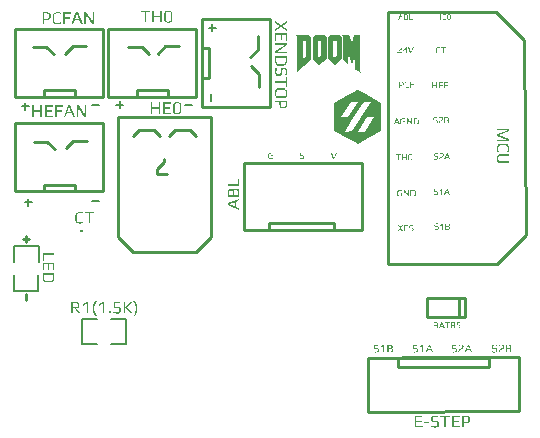
<source format=gto>
G04 Layer: TopSilkLayer*
G04 EasyEDA v6.4.19.5, 2021-04-14T09:17:14--7:00*
G04 eb9943026e544659989be2c3a0539dbc,debd25b7e7f645e7808fdd9718494454,10*
G04 Gerber Generator version 0.2*
G04 Scale: 100 percent, Rotated: No, Reflected: No *
G04 Dimensions in millimeters *
G04 leading zeros omitted , absolute positions ,4 integer and 5 decimal *
%FSLAX45Y45*%
%MOMM*%

%ADD10C,0.2540*%
%ADD22C,0.1999*%
%ADD23C,0.1524*%
%ADD25C,0.2500*%

%LPD*%
G36*
X8713774Y7494016D02*
G01*
X8712098Y7493457D01*
X8701481Y7488072D01*
X8682837Y7477912D01*
X8627922Y7446975D01*
X8512352Y7380579D01*
X8512352Y7266787D01*
X8572906Y7266787D01*
X8653170Y7388656D01*
X8712606Y7388656D01*
X8630716Y7264349D01*
X8586216Y7264450D01*
X8577427Y7264806D01*
X8573414Y7265568D01*
X8572906Y7266787D01*
X8512352Y7266787D01*
X8512352Y7148118D01*
X8526577Y7139940D01*
X8600338Y7139940D01*
X8657844Y7226808D01*
X8740597Y7352639D01*
X8764574Y7388656D01*
X8823807Y7388656D01*
X8660688Y7140905D01*
X8606373Y7140041D01*
X8711793Y7140041D01*
X8793683Y7264349D01*
X8838184Y7264247D01*
X8847023Y7263892D01*
X8851036Y7263130D01*
X8851493Y7261910D01*
X8771229Y7140041D01*
X8526577Y7139940D01*
X8634628Y7077862D01*
X8686647Y7048449D01*
X8703360Y7039254D01*
X8712200Y7034784D01*
X8718092Y7037679D01*
X8754821Y7057999D01*
X8813495Y7091425D01*
X8912047Y7148118D01*
X8912047Y7380579D01*
X8762339Y7466533D01*
G37*
G36*
X7698740Y6741668D02*
G01*
X7698740Y6693916D01*
X7611618Y6693916D01*
X7611618Y6679438D01*
X7708900Y6679438D01*
X7708900Y6741668D01*
G37*
G36*
X7673086Y6657848D02*
G01*
X7670190Y6657543D01*
X7667498Y6656578D01*
X7665059Y6655003D01*
X7662925Y6652768D01*
X7661046Y6650177D01*
X7659471Y6647180D01*
X7658252Y6643827D01*
X7657338Y6640068D01*
X7656830Y6640068D01*
X7655966Y6643268D01*
X7654848Y6645960D01*
X7653528Y6648196D01*
X7652003Y6649974D01*
X7650327Y6651396D01*
X7648244Y6652463D01*
X7645857Y6653072D01*
X7643114Y6653275D01*
X7627010Y6653123D01*
X7624368Y6652717D01*
X7622031Y6652006D01*
X7620000Y6650990D01*
X7618323Y6649567D01*
X7616748Y6647637D01*
X7615377Y6645148D01*
X7614158Y6642100D01*
X7613040Y6638086D01*
X7612227Y6633464D01*
X7611770Y6628180D01*
X7611618Y6601968D01*
X7621270Y6601968D01*
X7621422Y6626656D01*
X7621778Y6630365D01*
X7622438Y6633362D01*
X7623302Y6635750D01*
X7624673Y6637528D01*
X7626400Y6638798D01*
X7628585Y6639559D01*
X7631175Y6639814D01*
X7642606Y6639814D01*
X7645450Y6639559D01*
X7647889Y6638798D01*
X7649870Y6637528D01*
X7651496Y6635750D01*
X7652613Y6633413D01*
X7653426Y6630416D01*
X7653883Y6626809D01*
X7654036Y6601968D01*
X7663180Y6601968D01*
X7663230Y6627723D01*
X7663434Y6630924D01*
X7663891Y6633667D01*
X7664703Y6636766D01*
X7666024Y6639610D01*
X7666939Y6640728D01*
X7668006Y6641592D01*
X7669275Y6642252D01*
X7672425Y6643014D01*
X7688834Y6643116D01*
X7691424Y6642862D01*
X7693609Y6642049D01*
X7695336Y6640677D01*
X7696708Y6638798D01*
X7697622Y6636105D01*
X7698231Y6632651D01*
X7698638Y6628384D01*
X7698740Y6601968D01*
X7611618Y6601968D01*
X7611618Y6587490D01*
X7708900Y6587490D01*
X7708900Y6623303D01*
X7707833Y6639153D01*
X7704581Y6649720D01*
X7702042Y6653275D01*
X7698689Y6655816D01*
X7694523Y6657340D01*
X7689596Y6657848D01*
G37*
G36*
X7708900Y6572503D02*
G01*
X7611618Y6534657D01*
X7611618Y6524752D01*
X7625334Y6524752D01*
X7625334Y6526276D01*
X7669275Y6542785D01*
X7669275Y6508242D01*
X7625334Y6524752D01*
X7611618Y6524752D01*
X7611618Y6517894D01*
X7708900Y6479286D01*
X7708900Y6493764D01*
X7679436Y6504685D01*
X7679436Y6546342D01*
X7708900Y6557518D01*
G37*
G36*
X8484870Y6960616D02*
G01*
X8504936Y6908800D01*
X8513826Y6908800D01*
X8534654Y6960616D01*
X8526780Y6960616D01*
X8510270Y6916166D01*
X8509508Y6916166D01*
X8492998Y6960616D01*
G37*
G36*
X8242046Y6961631D02*
G01*
X8235188Y6961327D01*
X8229853Y6960362D01*
X8227822Y6959549D01*
X8224672Y6957517D01*
X8223503Y6956298D01*
X8222742Y6954926D01*
X8221827Y6951472D01*
X8221725Y6945375D01*
X8221929Y6942277D01*
X8222488Y6939686D01*
X8223453Y6937451D01*
X8224774Y6935724D01*
X8226704Y6934403D01*
X8229142Y6933438D01*
X8232140Y6932879D01*
X8244027Y6932574D01*
X8245856Y6932371D01*
X8247329Y6931964D01*
X8248396Y6931406D01*
X8249259Y6930644D01*
X8249920Y6929628D01*
X8250428Y6926834D01*
X8250275Y6918350D01*
X8249716Y6916978D01*
X8248853Y6915912D01*
X8247634Y6915150D01*
X8246160Y6914591D01*
X8241842Y6913981D01*
X8235391Y6913981D01*
X8227263Y6914896D01*
X8222742Y6915658D01*
X8222742Y6909308D01*
X8231276Y6908342D01*
X8238490Y6908038D01*
X8244687Y6908342D01*
X8249666Y6909308D01*
X8251698Y6910171D01*
X8253425Y6911238D01*
X8254847Y6912457D01*
X8256016Y6913880D01*
X8256879Y6915658D01*
X8257540Y6917690D01*
X8258048Y6922516D01*
X8257946Y6928510D01*
X8257336Y6932015D01*
X8256778Y6933438D01*
X8255050Y6935673D01*
X8253882Y6936536D01*
X8250885Y6937806D01*
X8246719Y6938416D01*
X8237981Y6938518D01*
X8233867Y6938822D01*
X8232292Y6939229D01*
X8231124Y6939788D01*
X8230362Y6940499D01*
X8229803Y6941413D01*
X8229447Y6942531D01*
X8229346Y6949694D01*
X8229498Y6951370D01*
X8229904Y6952742D01*
X8230616Y6953910D01*
X8231631Y6954774D01*
X8233206Y6955332D01*
X8235391Y6955739D01*
X8241538Y6956044D01*
X8247430Y6955739D01*
X8255508Y6954774D01*
X8255508Y6960616D01*
X8248091Y6961378D01*
G37*
G36*
X7979156Y6961631D02*
G01*
X7975193Y6961428D01*
X7967827Y6960108D01*
X7961985Y6958075D01*
X7960309Y6957059D01*
X7958836Y6955790D01*
X7957566Y6954266D01*
X7956550Y6952640D01*
X7955838Y6950811D01*
X7955432Y6948830D01*
X7955280Y6946646D01*
X7955381Y6920382D01*
X7956143Y6917334D01*
X7957616Y6914692D01*
X7959648Y6912660D01*
X7962087Y6911238D01*
X7965033Y6910070D01*
X7968234Y6909104D01*
X7971281Y6908444D01*
X7977428Y6908038D01*
X7983677Y6908190D01*
X7988452Y6908596D01*
X7993329Y6909308D01*
X7998459Y6910324D01*
X7998459Y6938264D01*
X7978902Y6938264D01*
X7978902Y6932930D01*
X7991094Y6932930D01*
X7991094Y6914642D01*
X7985201Y6913676D01*
X7979664Y6913372D01*
X7974075Y6913625D01*
X7971332Y6914083D01*
X7968742Y6914896D01*
X7966456Y6916115D01*
X7964678Y6917690D01*
X7963357Y6919823D01*
X7962900Y6922262D01*
X7962900Y6946646D01*
X7967014Y6953707D01*
X7979409Y6956044D01*
X7988553Y6955536D01*
X7993481Y6954977D01*
X7997190Y6954266D01*
X7997190Y6960362D01*
X7988604Y6961327D01*
G37*
G36*
X8193024Y7957566D02*
G01*
X8200898Y7947659D01*
X8200898Y7910575D01*
X8271764Y7910575D01*
X8271764Y7776972D01*
X8245094Y7756398D01*
X8245094Y7910575D01*
X8200898Y7910575D01*
X8200898Y7654544D01*
X8197850Y7646924D01*
X8319770Y7744459D01*
X8319770Y7941309D01*
X8292592Y7957566D01*
G37*
G36*
X8582152Y7956550D02*
G01*
X8589772Y7944866D01*
X8589772Y7746238D01*
X8586724Y7743698D01*
X8630158Y7711440D01*
X8630158Y7814564D01*
X8660130Y7707630D01*
X8689340Y7787386D01*
X8689340Y7680959D01*
X8682736Y7671816D01*
X8710168Y7651242D01*
X8736076Y7632192D01*
X8730742Y7656068D01*
X8730742Y7946898D01*
X8734044Y7956550D01*
X8682736Y7956550D01*
X8659622Y7893303D01*
X8634730Y7956550D01*
G37*
G36*
X8476742Y7956550D02*
G01*
X8459724Y7937246D01*
X8459724Y7908798D01*
X8532368Y7908798D01*
X8532368Y7784084D01*
X8505698Y7761224D01*
X8505698Y7908798D01*
X8459724Y7908798D01*
X8459724Y7751825D01*
X8515350Y7707375D01*
X8581136Y7755636D01*
X8581136Y7938516D01*
X8563356Y7956550D01*
G37*
G36*
X8346948Y7956550D02*
G01*
X8329675Y7937246D01*
X8329675Y7908798D01*
X8402320Y7908798D01*
X8402320Y7784084D01*
X8375650Y7761224D01*
X8375650Y7908798D01*
X8329675Y7908798D01*
X8329675Y7751825D01*
X8385302Y7707375D01*
X8451342Y7755636D01*
X8451342Y7938516D01*
X8433308Y7956550D01*
G37*
G36*
X9483547Y8134350D02*
G01*
X9478924Y8133943D01*
X9474657Y8132775D01*
X9472879Y8131911D01*
X9471456Y8130489D01*
X9470186Y8128609D01*
X9469272Y8126272D01*
X9468916Y8123478D01*
X9468882Y8098536D01*
X9475216Y8098536D01*
X9475266Y8123986D01*
X9475622Y8126526D01*
X9475978Y8127492D01*
X9477248Y8128762D01*
X9479026Y8129524D01*
X9481515Y8129879D01*
X9484868Y8130031D01*
X9488170Y8129879D01*
X9490456Y8129524D01*
X9492234Y8128762D01*
X9493504Y8127492D01*
X9494266Y8125358D01*
X9494520Y8122412D01*
X9494469Y8097215D01*
X9493961Y8095081D01*
X9493046Y8093405D01*
X9492437Y8092744D01*
X9490710Y8091931D01*
X9488220Y8091576D01*
X9484868Y8091424D01*
X9481515Y8091576D01*
X9479026Y8091931D01*
X9477248Y8092744D01*
X9475978Y8094218D01*
X9475419Y8096046D01*
X9475216Y8098536D01*
X9468882Y8098536D01*
X9469069Y8096046D01*
X9469628Y8093709D01*
X9470694Y8091728D01*
X9471914Y8090408D01*
X9473641Y8089239D01*
X9475724Y8088375D01*
X9480753Y8087512D01*
X9487357Y8087410D01*
X9491726Y8087817D01*
X9494012Y8088375D01*
X9495891Y8089239D01*
X9497568Y8090408D01*
X9498888Y8091931D01*
X9499854Y8093964D01*
X9500616Y8096402D01*
X9500870Y8099044D01*
X9500819Y8123732D01*
X9500311Y8126526D01*
X9499447Y8128812D01*
X9498279Y8130590D01*
X9496755Y8131911D01*
X9494875Y8132927D01*
X9492742Y8133588D01*
X9487509Y8134299D01*
G37*
G36*
X9429750Y8133588D02*
G01*
X9429750Y8088122D01*
X9460992Y8088122D01*
X9460992Y8092948D01*
X9436608Y8092948D01*
X9436608Y8109203D01*
X9457944Y8109203D01*
X9457944Y8114030D01*
X9436608Y8114030D01*
X9436608Y8128762D01*
X9460230Y8128762D01*
X9460230Y8133588D01*
G37*
G36*
X9380220Y8133588D02*
G01*
X9380220Y8088122D01*
X9387078Y8088122D01*
X9387078Y8109203D01*
X9411208Y8109203D01*
X9411208Y8088122D01*
X9418066Y8088122D01*
X9418066Y8133588D01*
X9411208Y8133588D01*
X9411208Y8114030D01*
X9387078Y8114030D01*
X9387078Y8133588D01*
G37*
G36*
X9096451Y7253731D02*
G01*
X9092336Y7253528D01*
X9084970Y7252208D01*
X9079280Y7250175D01*
X9077604Y7249159D01*
X9076131Y7247890D01*
X9074861Y7246366D01*
X9073896Y7244740D01*
X9073184Y7242911D01*
X9072727Y7240930D01*
X9072575Y7238746D01*
X9072676Y7212482D01*
X9073438Y7209434D01*
X9074912Y7206792D01*
X9076842Y7204760D01*
X9077909Y7203948D01*
X9080703Y7202728D01*
X9087002Y7200849D01*
X9089847Y7200392D01*
X9096451Y7200138D01*
X9105544Y7200696D01*
X9110421Y7201408D01*
X9115501Y7202424D01*
X9115501Y7230364D01*
X9096197Y7230364D01*
X9096197Y7225030D01*
X9108389Y7225030D01*
X9108389Y7206742D01*
X9102496Y7205776D01*
X9096959Y7205472D01*
X9091117Y7205725D01*
X9088577Y7206183D01*
X9086037Y7206996D01*
X9083598Y7208215D01*
X9081719Y7209790D01*
X9080601Y7211923D01*
X9080195Y7214362D01*
X9080195Y7238746D01*
X9084259Y7245807D01*
X9096451Y7248144D01*
X9105595Y7247636D01*
X9110573Y7247077D01*
X9114231Y7246366D01*
X9114231Y7252462D01*
X9105849Y7253427D01*
G37*
G36*
X9185097Y7252716D02*
G01*
X9185097Y7247381D01*
X9207296Y7247381D01*
X9212376Y7246874D01*
X9214561Y7246213D01*
X9216694Y7245299D01*
X9218472Y7243775D01*
X9219590Y7241743D01*
X9220098Y7239355D01*
X9220149Y7215124D01*
X9219234Y7211212D01*
X9216491Y7208469D01*
X9211868Y7206792D01*
X9205417Y7206234D01*
X9192971Y7206234D01*
X9192971Y7247381D01*
X9185097Y7247381D01*
X9185097Y7200900D01*
X9205925Y7200900D01*
X9222333Y7204405D01*
X9227769Y7214870D01*
X9227769Y7237984D01*
X9222333Y7249007D01*
X9205925Y7252716D01*
G37*
G36*
X9127439Y7252716D02*
G01*
X9127439Y7200900D01*
X9134043Y7200900D01*
X9134043Y7244588D01*
X9162491Y7200900D01*
X9171635Y7200900D01*
X9171635Y7252716D01*
X9165031Y7252716D01*
X9165031Y7210044D01*
X9136583Y7252716D01*
G37*
G36*
X9037015Y7252716D02*
G01*
X9024811Y7221981D01*
X9031935Y7221981D01*
X9040571Y7245350D01*
X9041333Y7245350D01*
X9050223Y7221981D01*
X9024811Y7221981D01*
X9016441Y7200900D01*
X9024061Y7200900D01*
X9029903Y7216648D01*
X9052255Y7216648D01*
X9058097Y7200900D01*
X9066225Y7200900D01*
X9045905Y7252716D01*
G37*
G36*
X9066784Y7859928D02*
G01*
X9058300Y7859572D01*
X9050020Y7858404D01*
X9050020Y7852816D01*
X9058656Y7853984D01*
X9065260Y7854340D01*
X9070035Y7854086D01*
X9073134Y7853324D01*
X9073997Y7852562D01*
X9074658Y7851444D01*
X9075064Y7850022D01*
X9075166Y7841132D01*
X9074861Y7838998D01*
X9073896Y7837170D01*
X9072321Y7835595D01*
X9070086Y7834274D01*
X9060332Y7829956D01*
X9052864Y7825790D01*
X9051340Y7824520D01*
X9050274Y7823200D01*
X9048648Y7819542D01*
X9048292Y7817510D01*
X9048242Y7807096D01*
X9083040Y7807096D01*
X9083040Y7812684D01*
X9055608Y7812684D01*
X9055608Y7816240D01*
X9055912Y7818424D01*
X9056878Y7820253D01*
X9058452Y7821828D01*
X9060688Y7823098D01*
X9074759Y7829600D01*
X9077807Y7831226D01*
X9079941Y7832801D01*
X9081465Y7834426D01*
X9082481Y7836357D01*
X9082989Y7838795D01*
X9083040Y7848498D01*
X9082786Y7851343D01*
X9082074Y7853781D01*
X9080906Y7855813D01*
X9079230Y7857388D01*
X9077045Y7858506D01*
X9074200Y7859318D01*
X9070797Y7859775D01*
G37*
G36*
X9136380Y7858912D02*
G01*
X9156446Y7807096D01*
X9165590Y7807096D01*
X9186164Y7858912D01*
X9178544Y7858912D01*
X9161780Y7814462D01*
X9161018Y7814462D01*
X9144508Y7858912D01*
G37*
G36*
X9116568Y7858912D02*
G01*
X9092946Y7824876D01*
X9092946Y7823860D01*
X9099296Y7823860D01*
X9118854Y7852816D01*
X9118854Y7823860D01*
X9092946Y7823860D01*
X9092946Y7818526D01*
X9118854Y7818526D01*
X9118854Y7807096D01*
X9125458Y7807096D01*
X9125458Y7818526D01*
X9131046Y7818526D01*
X9131046Y7823860D01*
X9125458Y7823860D01*
X9125458Y7858912D01*
G37*
G36*
X9069527Y6645960D02*
G01*
X9065615Y6645757D01*
X9058249Y6644436D01*
X9052356Y6642404D01*
X9050680Y6641388D01*
X9049207Y6640118D01*
X9047937Y6638594D01*
X9046972Y6636969D01*
X9046210Y6635140D01*
X9045803Y6633159D01*
X9045651Y6630974D01*
X9045752Y6604711D01*
X9046514Y6601663D01*
X9047175Y6600240D01*
X9048953Y6597954D01*
X9051239Y6596176D01*
X9053880Y6594957D01*
X9060129Y6593027D01*
X9066174Y6592417D01*
X9069527Y6592366D01*
X9078823Y6592925D01*
X9083751Y6593636D01*
X9088831Y6594652D01*
X9088831Y6622592D01*
X9069273Y6622592D01*
X9069273Y6617258D01*
X9081465Y6617258D01*
X9081465Y6598970D01*
X9075572Y6598005D01*
X9070035Y6597700D01*
X9064447Y6597954D01*
X9061704Y6598361D01*
X9059113Y6599224D01*
X9056827Y6600393D01*
X9055049Y6602018D01*
X9053728Y6604152D01*
X9053372Y6605320D01*
X9053271Y6630974D01*
X9057436Y6637985D01*
X9069781Y6640372D01*
X9078925Y6639864D01*
X9087561Y6638594D01*
X9087561Y6644690D01*
X9078976Y6645605D01*
G37*
G36*
X9158427Y6644944D02*
G01*
X9158427Y6639610D01*
X9181896Y6639509D01*
X9184335Y6639356D01*
X9188907Y6638086D01*
X9190786Y6636816D01*
X9192209Y6635038D01*
X9193174Y6632803D01*
X9193479Y6630212D01*
X9193479Y6607352D01*
X9192564Y6603441D01*
X9189770Y6600647D01*
X9185046Y6599021D01*
X9178493Y6598462D01*
X9166047Y6598462D01*
X9166047Y6639610D01*
X9158427Y6639610D01*
X9158427Y6593128D01*
X9179255Y6593128D01*
X9195460Y6596583D01*
X9200845Y6607098D01*
X9200845Y6630212D01*
X9195409Y6641236D01*
X9179001Y6644944D01*
G37*
G36*
X9100515Y6644944D02*
G01*
X9100515Y6593128D01*
X9107373Y6593128D01*
X9107373Y6636816D01*
X9135567Y6593128D01*
X9144965Y6593128D01*
X9144965Y6644944D01*
X9138107Y6644944D01*
X9138107Y6602272D01*
X9109913Y6644944D01*
G37*
G36*
X9130284Y7563612D02*
G01*
X9113926Y7559852D01*
X9108440Y7548625D01*
X9108440Y7523988D01*
X9113926Y7513523D01*
X9130284Y7510018D01*
X9137700Y7510373D01*
X9144762Y7511542D01*
X9144762Y7517384D01*
X9137446Y7516063D01*
X9130792Y7515606D01*
X9124238Y7516164D01*
X9119565Y7517841D01*
X9116720Y7520584D01*
X9115806Y7524496D01*
X9115806Y7548880D01*
X9116110Y7551521D01*
X9116974Y7553706D01*
X9118396Y7555331D01*
X9121495Y7556957D01*
X9123781Y7557617D01*
X9128810Y7558227D01*
X9133535Y7558176D01*
X9140647Y7557160D01*
X9144508Y7556246D01*
X9144508Y7562088D01*
X9137497Y7563205D01*
G37*
G36*
X9155176Y7562596D02*
G01*
X9155176Y7510780D01*
X9162796Y7510780D01*
X9162796Y7534909D01*
X9188196Y7534909D01*
X9188196Y7540244D01*
X9162796Y7540244D01*
X9162796Y7557262D01*
X9190736Y7557262D01*
X9190736Y7562596D01*
G37*
G36*
X9064244Y7562596D02*
G01*
X9064244Y7557770D01*
X9084310Y7557770D01*
X9087612Y7557008D01*
X9089593Y7556246D01*
X9090914Y7554975D01*
X9091676Y7553452D01*
X9091930Y7551420D01*
X9091930Y7542022D01*
X9091726Y7540142D01*
X9091168Y7538516D01*
X9090202Y7537196D01*
X9088882Y7536180D01*
X9087256Y7535418D01*
X9083294Y7534503D01*
X9072118Y7534402D01*
X9072118Y7557770D01*
X9064244Y7557770D01*
X9064244Y7510780D01*
X9072118Y7510780D01*
X9072118Y7529575D01*
X9084513Y7529728D01*
X9088475Y7530287D01*
X9091879Y7531150D01*
X9094724Y7532370D01*
X9096857Y7533995D01*
X9098330Y7536129D01*
X9099245Y7538720D01*
X9099550Y7541768D01*
X9099499Y7553756D01*
X9098991Y7556042D01*
X9097975Y7557973D01*
X9096705Y7559497D01*
X9095130Y7560665D01*
X9092996Y7561529D01*
X9087104Y7562596D01*
G37*
G36*
X9148775Y8132673D02*
G01*
X9148775Y8087207D01*
X9177985Y8087207D01*
X9177985Y8092033D01*
X9155633Y8092033D01*
X9155633Y8132673D01*
G37*
G36*
X9105849Y8132673D02*
G01*
X9105849Y8128101D01*
X9122105Y8128101D01*
X9125966Y8127847D01*
X9128455Y8127085D01*
X9129776Y8125714D01*
X9130233Y8123529D01*
X9130080Y8116925D01*
X9129776Y8115808D01*
X9128455Y8114131D01*
X9127388Y8113471D01*
X9124340Y8112709D01*
X9112707Y8112607D01*
X9112707Y8128101D01*
X9105849Y8128101D01*
X9105849Y8108543D01*
X9123781Y8108543D01*
X9126778Y8108289D01*
X9129674Y8107527D01*
X9130792Y8106765D01*
X9131554Y8105698D01*
X9131960Y8104327D01*
X9132011Y8096605D01*
X9131503Y8094370D01*
X9129979Y8092795D01*
X9126982Y8092033D01*
X9122613Y8091779D01*
X9112707Y8091779D01*
X9112707Y8108543D01*
X9105849Y8108543D01*
X9105849Y8087207D01*
X9126626Y8087359D01*
X9130030Y8087715D01*
X9132824Y8088375D01*
X9135059Y8089239D01*
X9136684Y8090458D01*
X9137904Y8091982D01*
X9138615Y8093862D01*
X9138869Y8096097D01*
X9138869Y8103717D01*
X9138716Y8105190D01*
X9138259Y8106460D01*
X9137548Y8107578D01*
X9135313Y8109458D01*
X9133890Y8110220D01*
X9130487Y8111083D01*
X9130487Y8111337D01*
X9133128Y8112302D01*
X9135059Y8113623D01*
X9136380Y8115452D01*
X9136837Y8117941D01*
X9136735Y8125358D01*
X9136075Y8127644D01*
X9134906Y8129473D01*
X9132874Y8130844D01*
X9129572Y8131962D01*
X9124848Y8132622D01*
G37*
G36*
X9073591Y8132673D02*
G01*
X9062911Y8105749D01*
X9069019Y8105749D01*
X9076639Y8126069D01*
X9077401Y8126069D01*
X9085021Y8105749D01*
X9062911Y8105749D01*
X9055557Y8087207D01*
X9062161Y8087207D01*
X9067241Y8100923D01*
X9086799Y8100923D01*
X9091879Y8087207D01*
X9098991Y8087207D01*
X9081465Y8132673D01*
G37*
G36*
X9168638Y6349492D02*
G01*
X9161780Y6349187D01*
X9156446Y6348222D01*
X9154414Y6347409D01*
X9151264Y6345377D01*
X9150096Y6344158D01*
X9149334Y6342786D01*
X9148419Y6339332D01*
X9148318Y6333236D01*
X9148521Y6330137D01*
X9149080Y6327495D01*
X9150045Y6325311D01*
X9151366Y6323584D01*
X9153296Y6322263D01*
X9155734Y6321298D01*
X9158732Y6320739D01*
X9170619Y6320434D01*
X9172448Y6320231D01*
X9173921Y6319824D01*
X9175902Y6318504D01*
X9176512Y6317488D01*
X9176918Y6316218D01*
X9177020Y6307836D01*
X9176867Y6306210D01*
X9176308Y6304838D01*
X9175445Y6303772D01*
X9174226Y6303010D01*
X9170670Y6302044D01*
X9165590Y6301740D01*
X9157970Y6302197D01*
X9149334Y6303518D01*
X9149334Y6297168D01*
X9157868Y6296202D01*
X9165082Y6295898D01*
X9171330Y6296202D01*
X9176258Y6297168D01*
X9178290Y6298031D01*
X9180017Y6299047D01*
X9181439Y6300317D01*
X9182608Y6301740D01*
X9183522Y6303518D01*
X9184132Y6305550D01*
X9184538Y6307836D01*
X9184640Y6314186D01*
X9184335Y6318250D01*
X9183370Y6321298D01*
X9181642Y6323533D01*
X9180474Y6324396D01*
X9177375Y6325666D01*
X9173210Y6326276D01*
X9164574Y6326378D01*
X9160459Y6326682D01*
X9158884Y6327089D01*
X9157716Y6327648D01*
X9156852Y6328359D01*
X9156192Y6329324D01*
X9155785Y6330391D01*
X9155684Y6337554D01*
X9155836Y6339230D01*
X9156293Y6340602D01*
X9157106Y6341770D01*
X9158224Y6342634D01*
X9159798Y6343192D01*
X9161983Y6343599D01*
X9168130Y6343904D01*
X9174022Y6343599D01*
X9182100Y6342634D01*
X9182100Y6348476D01*
X9174683Y6349238D01*
G37*
G36*
X9103868Y6348476D02*
G01*
X9103868Y6296660D01*
X9139428Y6296660D01*
X9139428Y6301994D01*
X9111488Y6301994D01*
X9111488Y6320790D01*
X9136126Y6320790D01*
X9136126Y6326124D01*
X9111488Y6326124D01*
X9111488Y6343142D01*
X9138666Y6343142D01*
X9138666Y6348476D01*
G37*
G36*
X9050274Y6348476D02*
G01*
X9068562Y6323076D01*
X9049512Y6296660D01*
X9058148Y6296660D01*
X9072880Y6317742D01*
X9087612Y6296660D01*
X9096502Y6296660D01*
X9077198Y6323076D01*
X9095740Y6348476D01*
X9086850Y6348476D01*
X9072880Y6328410D01*
X9059164Y6348476D01*
G37*
G36*
X9396628Y7855712D02*
G01*
X9380220Y7851952D01*
X9374784Y7840725D01*
X9374784Y7816088D01*
X9380220Y7805623D01*
X9396628Y7802118D01*
X9404197Y7802473D01*
X9411106Y7803642D01*
X9411106Y7809484D01*
X9403791Y7808163D01*
X9397136Y7807706D01*
X9390583Y7808264D01*
X9385909Y7809941D01*
X9383064Y7812684D01*
X9382150Y7816596D01*
X9382150Y7840980D01*
X9382455Y7843621D01*
X9383369Y7845806D01*
X9384842Y7847431D01*
X9387992Y7849057D01*
X9390176Y7849717D01*
X9395307Y7850327D01*
X9400133Y7850276D01*
X9407093Y7849260D01*
X9410852Y7848346D01*
X9410852Y7854188D01*
X9403842Y7855305D01*
G37*
G36*
X9416694Y7854696D02*
G01*
X9416694Y7849362D01*
X9434220Y7849362D01*
X9434220Y7802880D01*
X9442094Y7802880D01*
X9442094Y7849362D01*
X9459620Y7849362D01*
X9459620Y7854696D01*
G37*
G36*
X9444228Y7557516D02*
G01*
X9444228Y7505700D01*
X9451848Y7505700D01*
X9451848Y7529830D01*
X9477248Y7529830D01*
X9477248Y7535164D01*
X9451848Y7535164D01*
X9451848Y7552181D01*
X9479788Y7552181D01*
X9479788Y7557516D01*
G37*
G36*
X9397746Y7557516D02*
G01*
X9397746Y7505700D01*
X9433560Y7505700D01*
X9433560Y7511034D01*
X9405620Y7511034D01*
X9405620Y7529830D01*
X9430004Y7529830D01*
X9430004Y7535164D01*
X9405620Y7535164D01*
X9405620Y7552181D01*
X9432544Y7552181D01*
X9432544Y7557516D01*
G37*
G36*
X9341104Y7557516D02*
G01*
X9341104Y7505700D01*
X9348978Y7505700D01*
X9348978Y7529830D01*
X9376664Y7529830D01*
X9376664Y7505700D01*
X9384284Y7505700D01*
X9384284Y7557516D01*
X9376664Y7557516D01*
X9376664Y7535164D01*
X9348978Y7535164D01*
X9348978Y7557516D01*
G37*
G36*
X9154922Y6948931D02*
G01*
X9150858Y6948678D01*
X9147048Y6948017D01*
X9144558Y6947255D01*
X9142526Y6946087D01*
X9140850Y6944512D01*
X9139478Y6942378D01*
X9138462Y6939686D01*
X9137954Y6936536D01*
X9137911Y6908292D01*
X9145270Y6908292D01*
X9145320Y6937146D01*
X9145828Y6939940D01*
X9146286Y6941058D01*
X9147606Y6942581D01*
X9149588Y6943598D01*
X9152382Y6944004D01*
X9160002Y6943953D01*
X9162796Y6943598D01*
X9164777Y6942581D01*
X9166098Y6941058D01*
X9167063Y6938670D01*
X9167368Y6935470D01*
X9167317Y6906615D01*
X9166809Y6903974D01*
X9165742Y6902145D01*
X9163964Y6901027D01*
X9161526Y6900316D01*
X9158376Y6899960D01*
X9154414Y6899960D01*
X9150959Y6900316D01*
X9148521Y6901027D01*
X9147606Y6901484D01*
X9146286Y6902958D01*
X9145524Y6905193D01*
X9145270Y6908292D01*
X9137911Y6908292D01*
X9138158Y6905294D01*
X9138920Y6902703D01*
X9140088Y6900265D01*
X9141460Y6898640D01*
X9143441Y6897370D01*
X9148165Y6895947D01*
X9152940Y6895388D01*
X9163050Y6895642D01*
X9165590Y6896150D01*
X9167977Y6897014D01*
X9170924Y6898640D01*
X9172295Y6900418D01*
X9173464Y6902703D01*
X9174226Y6905447D01*
X9174480Y6908546D01*
X9174429Y6936790D01*
X9173921Y6939940D01*
X9172905Y6942632D01*
X9171635Y6944664D01*
X9170009Y6946087D01*
X9167825Y6947255D01*
X9162948Y6948525D01*
X9157868Y6948931D01*
G37*
G36*
X9083294Y6947916D02*
G01*
X9083294Y6896100D01*
X9090914Y6896100D01*
X9090914Y6920230D01*
X9118600Y6920230D01*
X9118600Y6896100D01*
X9126220Y6896100D01*
X9126220Y6947916D01*
X9118600Y6947916D01*
X9118600Y6925564D01*
X9090914Y6925564D01*
X9090914Y6947916D01*
G37*
G36*
X9031732Y6947916D02*
G01*
X9031732Y6942581D01*
X9049258Y6942581D01*
X9049258Y6896100D01*
X9057132Y6896100D01*
X9057132Y6942581D01*
X9074658Y6942581D01*
X9074658Y6947916D01*
G37*
G36*
X9381236Y6362192D02*
G01*
X9374378Y6361887D01*
X9369044Y6360922D01*
X9367012Y6360109D01*
X9363862Y6358077D01*
X9362694Y6356858D01*
X9361932Y6355486D01*
X9361017Y6352032D01*
X9360916Y6345936D01*
X9361119Y6342837D01*
X9361678Y6340195D01*
X9362643Y6338011D01*
X9363964Y6336284D01*
X9365894Y6334963D01*
X9368332Y6333998D01*
X9371330Y6333439D01*
X9383217Y6333134D01*
X9385046Y6332931D01*
X9386519Y6332524D01*
X9388500Y6331204D01*
X9389110Y6330188D01*
X9389618Y6327394D01*
X9389465Y6318910D01*
X9388906Y6317538D01*
X9388043Y6316472D01*
X9386824Y6315710D01*
X9385350Y6315151D01*
X9383420Y6314744D01*
X9378188Y6314440D01*
X9370720Y6314897D01*
X9361932Y6316218D01*
X9361932Y6309868D01*
X9370415Y6308902D01*
X9377680Y6308598D01*
X9383928Y6308902D01*
X9388856Y6309868D01*
X9390888Y6310731D01*
X9392615Y6311747D01*
X9394037Y6313017D01*
X9395206Y6314440D01*
X9396120Y6316218D01*
X9396730Y6318250D01*
X9397136Y6320536D01*
X9397238Y6326886D01*
X9396933Y6330950D01*
X9395968Y6333998D01*
X9394240Y6336233D01*
X9393072Y6337096D01*
X9390075Y6338366D01*
X9385909Y6338976D01*
X9377172Y6339078D01*
X9373057Y6339382D01*
X9371482Y6339789D01*
X9370314Y6340348D01*
X9369552Y6341059D01*
X9368637Y6343091D01*
X9368536Y6350254D01*
X9368688Y6351930D01*
X9369094Y6353302D01*
X9369806Y6354470D01*
X9370822Y6355334D01*
X9372396Y6355892D01*
X9374581Y6356299D01*
X9380728Y6356604D01*
X9386620Y6356299D01*
X9394698Y6355334D01*
X9394698Y6361176D01*
X9387281Y6361938D01*
G37*
G36*
X9454642Y6361176D02*
G01*
X9454642Y6356096D01*
X9473184Y6356096D01*
X9477552Y6355842D01*
X9480550Y6355080D01*
X9481413Y6354318D01*
X9482074Y6353352D01*
X9482582Y6350762D01*
X9482429Y6343243D01*
X9482074Y6342024D01*
X9481413Y6340957D01*
X9480550Y6340094D01*
X9479330Y6339433D01*
X9475774Y6338671D01*
X9462516Y6338570D01*
X9462516Y6356096D01*
X9454642Y6356096D01*
X9454642Y6333744D01*
X9475165Y6333744D01*
X9478670Y6333439D01*
X9481870Y6332677D01*
X9483140Y6331813D01*
X9484055Y6330543D01*
X9484563Y6328867D01*
X9484614Y6320028D01*
X9484461Y6318707D01*
X9484004Y6317589D01*
X9483191Y6316675D01*
X9480702Y6315405D01*
X9478924Y6314998D01*
X9473946Y6314694D01*
X9462516Y6314694D01*
X9462516Y6333744D01*
X9454642Y6333744D01*
X9454642Y6309360D01*
X9478518Y6309512D01*
X9482378Y6309918D01*
X9485528Y6310630D01*
X9487916Y6311646D01*
X9489795Y6313017D01*
X9491167Y6314795D01*
X9491980Y6317081D01*
X9492234Y6319774D01*
X9492234Y6328410D01*
X9492081Y6329984D01*
X9491573Y6331458D01*
X9490811Y6332778D01*
X9489694Y6333998D01*
X9486696Y6335725D01*
X9482836Y6336792D01*
X9482836Y6337046D01*
X9485934Y6338062D01*
X9488170Y6339586D01*
X9489490Y6341668D01*
X9489846Y6342989D01*
X9489948Y6351524D01*
X9489643Y6354419D01*
X9488678Y6356604D01*
X9487916Y6357569D01*
X9485477Y6359245D01*
X9481769Y6360464D01*
X9476435Y6361074D01*
G37*
G36*
X9427210Y6361176D02*
G01*
X9411462Y6350254D01*
X9411462Y6343650D01*
X9427210Y6354064D01*
X9427210Y6309360D01*
X9434068Y6309360D01*
X9434068Y6361176D01*
G37*
G36*
X9374886Y6656831D02*
G01*
X9368028Y6656527D01*
X9362694Y6655562D01*
X9360662Y6654749D01*
X9357512Y6652717D01*
X9356344Y6651498D01*
X9355582Y6650126D01*
X9354667Y6646672D01*
X9354566Y6640575D01*
X9354769Y6637477D01*
X9355328Y6634886D01*
X9356293Y6632651D01*
X9357614Y6630924D01*
X9359544Y6629603D01*
X9361982Y6628638D01*
X9364980Y6628079D01*
X9376867Y6627774D01*
X9378696Y6627571D01*
X9380169Y6627164D01*
X9382150Y6625844D01*
X9382760Y6624828D01*
X9383268Y6622034D01*
X9383115Y6613550D01*
X9382556Y6612178D01*
X9381693Y6611112D01*
X9380474Y6610350D01*
X9379000Y6609791D01*
X9377070Y6609384D01*
X9371838Y6609080D01*
X9364370Y6609537D01*
X9355582Y6610858D01*
X9355582Y6604508D01*
X9364065Y6603542D01*
X9371330Y6603238D01*
X9377578Y6603542D01*
X9382506Y6604508D01*
X9384538Y6605371D01*
X9386265Y6606438D01*
X9387687Y6607657D01*
X9388856Y6609080D01*
X9389770Y6610858D01*
X9390380Y6612890D01*
X9390786Y6615175D01*
X9390888Y6621525D01*
X9390583Y6625590D01*
X9389618Y6628638D01*
X9387890Y6630873D01*
X9386722Y6631736D01*
X9383725Y6633006D01*
X9379559Y6633616D01*
X9370822Y6633718D01*
X9366707Y6634022D01*
X9365132Y6634429D01*
X9363964Y6634988D01*
X9363202Y6635699D01*
X9362643Y6636613D01*
X9362287Y6637731D01*
X9362186Y6644894D01*
X9362338Y6646570D01*
X9362744Y6647942D01*
X9363456Y6649110D01*
X9364472Y6649974D01*
X9366046Y6650532D01*
X9368231Y6650939D01*
X9374378Y6651244D01*
X9380270Y6650939D01*
X9388348Y6649974D01*
X9388348Y6655816D01*
X9380931Y6656578D01*
G37*
G36*
X9463532Y6655816D02*
G01*
X9451328Y6625081D01*
X9458452Y6625081D01*
X9467088Y6648450D01*
X9467850Y6648450D01*
X9476740Y6625081D01*
X9451328Y6625081D01*
X9442958Y6604000D01*
X9450578Y6604000D01*
X9456420Y6619748D01*
X9478518Y6619748D01*
X9484614Y6604000D01*
X9492742Y6604000D01*
X9472422Y6655816D01*
G37*
G36*
X9420860Y6655816D02*
G01*
X9405112Y6644894D01*
X9405112Y6638290D01*
X9420860Y6648703D01*
X9420860Y6604000D01*
X9427718Y6604000D01*
X9427718Y6655816D01*
G37*
G36*
X9422130Y6956552D02*
G01*
X9413595Y6956145D01*
X9405366Y6955028D01*
X9405366Y6949440D01*
X9414002Y6950608D01*
X9420606Y6950964D01*
X9425381Y6950709D01*
X9428480Y6949948D01*
X9429496Y6949135D01*
X9430207Y6948068D01*
X9430613Y6946595D01*
X9430766Y6937756D01*
X9430461Y6935622D01*
X9429496Y6933742D01*
X9427921Y6932168D01*
X9425686Y6930898D01*
X9415678Y6926580D01*
X9408261Y6922363D01*
X9405772Y6919823D01*
X9404756Y6918147D01*
X9403994Y6916166D01*
X9403638Y6914134D01*
X9403588Y6903720D01*
X9438386Y6903720D01*
X9438386Y6909308D01*
X9410954Y6909308D01*
X9410954Y6912864D01*
X9411309Y6914997D01*
X9412274Y6916877D01*
X9413951Y6918452D01*
X9416288Y6919722D01*
X9430156Y6926173D01*
X9433204Y6927850D01*
X9435388Y6929374D01*
X9436912Y6931050D01*
X9437827Y6932980D01*
X9438335Y6935368D01*
X9438386Y6945122D01*
X9438132Y6947966D01*
X9437420Y6950405D01*
X9436252Y6952386D01*
X9434576Y6954012D01*
X9432391Y6955129D01*
X9429546Y6955942D01*
X9426143Y6956399D01*
G37*
G36*
X9377426Y6956552D02*
G01*
X9370568Y6956247D01*
X9365234Y6955281D01*
X9363202Y6954469D01*
X9360052Y6952437D01*
X9358884Y6951218D01*
X9358122Y6949846D01*
X9357207Y6946392D01*
X9357106Y6940296D01*
X9357309Y6937197D01*
X9357868Y6934555D01*
X9358833Y6932371D01*
X9360154Y6930644D01*
X9362084Y6929323D01*
X9364522Y6928358D01*
X9367520Y6927799D01*
X9379407Y6927494D01*
X9381236Y6927291D01*
X9382709Y6926884D01*
X9384690Y6925564D01*
X9385300Y6924548D01*
X9385706Y6923278D01*
X9385808Y6914896D01*
X9385655Y6913270D01*
X9385096Y6911898D01*
X9384233Y6910831D01*
X9383014Y6910070D01*
X9381540Y6909511D01*
X9377222Y6908901D01*
X9370771Y6908901D01*
X9362643Y6909816D01*
X9358122Y6910578D01*
X9358122Y6904228D01*
X9366656Y6903262D01*
X9373870Y6902958D01*
X9380118Y6903262D01*
X9385046Y6904228D01*
X9387078Y6905091D01*
X9388805Y6906158D01*
X9390227Y6907377D01*
X9391396Y6908800D01*
X9392259Y6910578D01*
X9392920Y6912609D01*
X9393428Y6917436D01*
X9393326Y6923379D01*
X9392716Y6926935D01*
X9392158Y6928358D01*
X9390430Y6930593D01*
X9389262Y6931456D01*
X9386265Y6932726D01*
X9382099Y6933336D01*
X9373362Y6933438D01*
X9369247Y6933742D01*
X9367672Y6934149D01*
X9366504Y6934708D01*
X9365742Y6935419D01*
X9364827Y6937451D01*
X9364726Y6944614D01*
X9364878Y6946290D01*
X9365284Y6947662D01*
X9365996Y6948830D01*
X9367012Y6949694D01*
X9368586Y6950252D01*
X9370771Y6950659D01*
X9376918Y6950964D01*
X9382810Y6950659D01*
X9390888Y6949694D01*
X9390888Y6955536D01*
X9383471Y6956298D01*
G37*
G36*
X9466072Y6955536D02*
G01*
X9453868Y6924802D01*
X9460992Y6924802D01*
X9469628Y6948170D01*
X9470390Y6948170D01*
X9479280Y6924802D01*
X9453868Y6924802D01*
X9445498Y6903720D01*
X9453118Y6903720D01*
X9458960Y6919468D01*
X9481058Y6919468D01*
X9487154Y6903720D01*
X9495282Y6903720D01*
X9474962Y6955536D01*
G37*
G36*
X9417050Y7262825D02*
G01*
X9408515Y7262418D01*
X9400286Y7261301D01*
X9400286Y7255713D01*
X9408922Y7256830D01*
X9415526Y7257237D01*
X9420301Y7256983D01*
X9423400Y7256221D01*
X9424416Y7255408D01*
X9425127Y7254290D01*
X9425533Y7252868D01*
X9425686Y7244029D01*
X9425381Y7241844D01*
X9424416Y7240016D01*
X9422841Y7238441D01*
X9420606Y7237171D01*
X9410598Y7232853D01*
X9404096Y7229297D01*
X9402368Y7228027D01*
X9400184Y7225284D01*
X9399270Y7223455D01*
X9398711Y7221423D01*
X9398508Y7219391D01*
X9398508Y7209993D01*
X9433306Y7209993D01*
X9433306Y7215581D01*
X9405874Y7215581D01*
X9405874Y7219137D01*
X9406229Y7221270D01*
X9407194Y7223099D01*
X9408871Y7224674D01*
X9411208Y7225995D01*
X9425025Y7232446D01*
X9428073Y7234072D01*
X9430308Y7235647D01*
X9431832Y7237272D01*
X9432747Y7239203D01*
X9433255Y7241641D01*
X9433306Y7251395D01*
X9433052Y7254189D01*
X9432340Y7256627D01*
X9431172Y7258659D01*
X9429496Y7260285D01*
X9427311Y7261352D01*
X9424466Y7262164D01*
X9421063Y7262622D01*
G37*
G36*
X9372346Y7262825D02*
G01*
X9365488Y7262469D01*
X9360154Y7261555D01*
X9356394Y7259777D01*
X9353804Y7257491D01*
X9352483Y7254494D01*
X9352127Y7252665D01*
X9352026Y7246569D01*
X9352229Y7243470D01*
X9352788Y7240828D01*
X9353753Y7238644D01*
X9355074Y7236917D01*
X9357004Y7235545D01*
X9359442Y7234631D01*
X9362440Y7234021D01*
X9372092Y7233869D01*
X9376156Y7233513D01*
X9378696Y7232599D01*
X9379559Y7231837D01*
X9380220Y7230821D01*
X9380728Y7228027D01*
X9380575Y7219492D01*
X9380016Y7218172D01*
X9379153Y7217105D01*
X9377934Y7216343D01*
X9376460Y7215784D01*
X9372142Y7215124D01*
X9365691Y7215174D01*
X9357563Y7216038D01*
X9353042Y7216851D01*
X9353042Y7210501D01*
X9361576Y7209536D01*
X9368790Y7209231D01*
X9374987Y7209536D01*
X9379966Y7210501D01*
X9381998Y7211314D01*
X9383725Y7212380D01*
X9385147Y7213600D01*
X9386316Y7215073D01*
X9387179Y7216851D01*
X9387840Y7218883D01*
X9388348Y7223709D01*
X9388246Y7229652D01*
X9387636Y7233208D01*
X9387078Y7234631D01*
X9385350Y7236815D01*
X9382760Y7238441D01*
X9379254Y7239355D01*
X9374378Y7239711D01*
X9366046Y7239762D01*
X9362592Y7240422D01*
X9361424Y7240981D01*
X9360662Y7241692D01*
X9360103Y7242606D01*
X9359747Y7243724D01*
X9359646Y7250887D01*
X9359798Y7252512D01*
X9360204Y7253935D01*
X9360916Y7255052D01*
X9361932Y7255967D01*
X9365691Y7256881D01*
X9371838Y7257237D01*
X9377730Y7256881D01*
X9385808Y7255967D01*
X9385808Y7261809D01*
X9378391Y7262571D01*
G37*
G36*
X9445752Y7261809D02*
G01*
X9445752Y7256729D01*
X9464294Y7256729D01*
X9468662Y7256475D01*
X9471660Y7255713D01*
X9472523Y7254951D01*
X9473184Y7253986D01*
X9473692Y7251395D01*
X9473539Y7243825D01*
X9473184Y7242606D01*
X9472523Y7241540D01*
X9471660Y7240727D01*
X9470440Y7240016D01*
X9466884Y7239253D01*
X9453626Y7239203D01*
X9453626Y7256729D01*
X9445752Y7256729D01*
X9445752Y7234377D01*
X9467342Y7234275D01*
X9470542Y7233970D01*
X9472168Y7233615D01*
X9473692Y7232903D01*
X9474708Y7231837D01*
X9475470Y7230364D01*
X9475724Y7228535D01*
X9475724Y7220661D01*
X9475571Y7219340D01*
X9475114Y7218222D01*
X9474301Y7217308D01*
X9471812Y7216038D01*
X9467748Y7215378D01*
X9453626Y7215327D01*
X9453626Y7234377D01*
X9445752Y7234377D01*
X9445752Y7209993D01*
X9469628Y7210094D01*
X9473488Y7210552D01*
X9476638Y7211263D01*
X9479026Y7212279D01*
X9480905Y7213600D01*
X9482277Y7215428D01*
X9483090Y7217664D01*
X9483344Y7220407D01*
X9483344Y7229043D01*
X9483191Y7230618D01*
X9482734Y7232091D01*
X9481921Y7233412D01*
X9480804Y7234631D01*
X9479432Y7235545D01*
X9475978Y7236917D01*
X9473946Y7237425D01*
X9473946Y7237679D01*
X9475622Y7238085D01*
X9478264Y7239355D01*
X9480042Y7241184D01*
X9480956Y7243572D01*
X9481058Y7252157D01*
X9480753Y7255052D01*
X9479788Y7257237D01*
X9479026Y7258202D01*
X9476587Y7259828D01*
X9474962Y7260539D01*
X9470390Y7261453D01*
X9464294Y7261809D01*
G37*
G36*
X9893300Y7162800D02*
G01*
X9893300Y7149846D01*
X9975596Y7149846D01*
X9975596Y7149084D01*
X9893300Y7116825D01*
X9893300Y7103872D01*
X9975596Y7072375D01*
X9975596Y7071614D01*
X9893300Y7071614D01*
X9893300Y7058914D01*
X9990582Y7058914D01*
X9990582Y7079996D01*
X9909556Y7109459D01*
X9909556Y7109968D01*
X9990582Y7141209D01*
X9990582Y7162800D01*
G37*
G36*
X9918192Y7036816D02*
G01*
X9910114Y7035698D01*
X9903510Y7032294D01*
X9898380Y7026605D01*
X9894722Y7018629D01*
X9892487Y7008418D01*
X9891776Y6995922D01*
X9892487Y6981698D01*
X9894570Y6968490D01*
X9905746Y6968490D01*
X9903104Y6982358D01*
X9902190Y6994906D01*
X9903256Y7007148D01*
X9906406Y7015835D01*
X9911638Y7021118D01*
X9918954Y7022846D01*
X9964674Y7022846D01*
X9969652Y7022287D01*
X9973767Y7020661D01*
X9976916Y7017969D01*
X9979152Y7014209D01*
X9980676Y7009993D01*
X9981692Y7005574D01*
X9982200Y6995414D01*
X9981336Y6982815D01*
X9978644Y6968998D01*
X9989566Y6968998D01*
X9991648Y6982206D01*
X9992360Y6995922D01*
X9991598Y7008418D01*
X9989261Y7018629D01*
X9985400Y7026605D01*
X9979964Y7032294D01*
X9972954Y7035698D01*
X9964420Y7036816D01*
G37*
G36*
X9918192Y6949186D02*
G01*
X9914382Y6948982D01*
X9910876Y6948373D01*
X9907676Y6947306D01*
X9904730Y6945884D01*
X9902088Y6944055D01*
X9899853Y6941972D01*
X9897922Y6939483D01*
X9896348Y6936740D01*
X9894163Y6930898D01*
X9892792Y6925056D01*
X9892030Y6918655D01*
X9891776Y6911086D01*
X9892487Y6899452D01*
X9894722Y6889902D01*
X9898380Y6882536D01*
X9903510Y6877202D01*
X9910114Y6874052D01*
X9918192Y6872986D01*
X9990582Y6872986D01*
X9990582Y6886956D01*
X9918446Y6886956D01*
X9914229Y6887311D01*
X9910622Y6888480D01*
X9907727Y6890410D01*
X9905492Y6893052D01*
X9903714Y6896353D01*
X9902444Y6900418D01*
X9901682Y6905244D01*
X9901428Y6910831D01*
X9901682Y6916572D01*
X9902444Y6921500D01*
X9903714Y6925665D01*
X9905492Y6929120D01*
X9907727Y6931761D01*
X9910622Y6933692D01*
X9914229Y6934860D01*
X9918446Y6935216D01*
X9990582Y6935216D01*
X9990582Y6949186D01*
G37*
G36*
X7180935Y7388859D02*
G01*
X7175855Y7388707D01*
X7170826Y7388301D01*
X7166102Y7387285D01*
X7161530Y7385659D01*
X7157720Y7383475D01*
X7154621Y7380681D01*
X7153300Y7378852D01*
X7152081Y7376617D01*
X7150252Y7371486D01*
X7149592Y7368692D01*
X7149084Y7362444D01*
X7149120Y7312406D01*
X7162800Y7312406D01*
X7162901Y7366812D01*
X7163257Y7369708D01*
X7163816Y7372146D01*
X7164578Y7374128D01*
X7165746Y7375652D01*
X7167168Y7376922D01*
X7168896Y7377938D01*
X7170928Y7378700D01*
X7176211Y7379665D01*
X7183374Y7379970D01*
X7190536Y7379665D01*
X7195820Y7378700D01*
X7197852Y7377938D01*
X7199579Y7376922D01*
X7201001Y7375652D01*
X7202170Y7374128D01*
X7203084Y7372146D01*
X7203694Y7369708D01*
X7204100Y7366812D01*
X7204100Y7309408D01*
X7203694Y7306818D01*
X7203084Y7304582D01*
X7202170Y7302753D01*
X7201001Y7301230D01*
X7199579Y7299959D01*
X7197852Y7298944D01*
X7195820Y7298181D01*
X7190638Y7297420D01*
X7183628Y7297166D01*
X7176465Y7297420D01*
X7171181Y7298181D01*
X7169150Y7298944D01*
X7167422Y7299959D01*
X7166000Y7301230D01*
X7164831Y7302753D01*
X7163968Y7304582D01*
X7163308Y7306818D01*
X7162800Y7312406D01*
X7149120Y7312406D01*
X7149592Y7307072D01*
X7150252Y7304379D01*
X7152081Y7299706D01*
X7153198Y7297724D01*
X7155942Y7294625D01*
X7157466Y7293305D01*
X7161428Y7291273D01*
X7166051Y7289952D01*
X7170369Y7289088D01*
X7174738Y7288580D01*
X7180224Y7288326D01*
X7186320Y7288326D01*
X7195972Y7288987D01*
X7200747Y7289901D01*
X7205370Y7291374D01*
X7209180Y7293406D01*
X7210806Y7294625D01*
X7212279Y7296150D01*
X7214819Y7299959D01*
X7216800Y7304735D01*
X7217409Y7307376D01*
X7217918Y7313168D01*
X7217918Y7362444D01*
X7217409Y7369200D01*
X7216800Y7372045D01*
X7214819Y7377023D01*
X7212279Y7380833D01*
X7209180Y7383576D01*
X7207250Y7384745D01*
X7202678Y7386574D01*
X7198258Y7387640D01*
X7194042Y7388352D01*
X7189368Y7388758D01*
G37*
G36*
X7065518Y7387081D02*
G01*
X7065518Y7289800D01*
X7132574Y7289800D01*
X7132574Y7299959D01*
X7079996Y7299959D01*
X7079996Y7335012D01*
X7125970Y7335012D01*
X7125970Y7345172D01*
X7079996Y7345172D01*
X7079996Y7376922D01*
X7131050Y7376922D01*
X7131050Y7387081D01*
G37*
G36*
X6959600Y7387081D02*
G01*
X6959600Y7289800D01*
X6974078Y7289800D01*
X6974078Y7335012D01*
X7025894Y7335012D01*
X7025894Y7289800D01*
X7040372Y7289800D01*
X7040372Y7387081D01*
X7025894Y7387081D01*
X7025894Y7345172D01*
X6974078Y7345172D01*
X6974078Y7387081D01*
G37*
G36*
X7105497Y8163559D02*
G01*
X7100417Y8163407D01*
X7095388Y8163001D01*
X7090664Y8161985D01*
X7086092Y8160359D01*
X7082281Y8158175D01*
X7079183Y8155381D01*
X7077862Y8153552D01*
X7076643Y8151317D01*
X7074763Y8146186D01*
X7073747Y8140344D01*
X7073670Y8087106D01*
X7087362Y8087106D01*
X7087463Y8141512D01*
X7087819Y8144408D01*
X7088378Y8146846D01*
X7089140Y8148828D01*
X7090308Y8150352D01*
X7091730Y8151622D01*
X7093458Y8152638D01*
X7095490Y8153400D01*
X7100773Y8154365D01*
X7107936Y8154670D01*
X7115098Y8154365D01*
X7120381Y8153400D01*
X7122414Y8152638D01*
X7124141Y8151622D01*
X7125563Y8150352D01*
X7126731Y8148828D01*
X7127595Y8146846D01*
X7128256Y8144408D01*
X7128764Y8138159D01*
X7128662Y8084108D01*
X7128256Y8081518D01*
X7127595Y8079282D01*
X7126731Y8077453D01*
X7125563Y8075930D01*
X7124141Y8074659D01*
X7122414Y8073644D01*
X7120381Y8072881D01*
X7115200Y8072120D01*
X7108190Y8071866D01*
X7101027Y8072120D01*
X7095744Y8072881D01*
X7093712Y8073644D01*
X7091984Y8074659D01*
X7090562Y8075930D01*
X7089394Y8077453D01*
X7088479Y8079282D01*
X7087870Y8081518D01*
X7087463Y8084108D01*
X7087362Y8087106D01*
X7073670Y8087106D01*
X7073747Y8084718D01*
X7074763Y8079079D01*
X7076643Y8074406D01*
X7077760Y8072424D01*
X7080503Y8069325D01*
X7082028Y8068005D01*
X7085990Y8065973D01*
X7090613Y8064652D01*
X7094931Y8063788D01*
X7099300Y8063280D01*
X7104786Y8063026D01*
X7110831Y8063026D01*
X7120534Y8063687D01*
X7125360Y8064601D01*
X7129932Y8066074D01*
X7133742Y8068106D01*
X7135368Y8069325D01*
X7136841Y8070850D01*
X7139381Y8074659D01*
X7140448Y8076946D01*
X7141768Y8082076D01*
X7142124Y8084921D01*
X7142124Y8140649D01*
X7141768Y8143900D01*
X7141209Y8146745D01*
X7140448Y8149336D01*
X7139381Y8151723D01*
X7136841Y8155533D01*
X7133691Y8158276D01*
X7131812Y8159445D01*
X7127240Y8161274D01*
X7122820Y8162340D01*
X7118603Y8163052D01*
X7113930Y8163458D01*
G37*
G36*
X6971030Y8161781D02*
G01*
X6971030Y8064500D01*
X6985508Y8064500D01*
X6985508Y8109712D01*
X7037324Y8109712D01*
X7037324Y8064500D01*
X7051802Y8064500D01*
X7051802Y8161781D01*
X7037324Y8161781D01*
X7037324Y8119872D01*
X6985508Y8119872D01*
X6985508Y8161781D01*
G37*
G36*
X6874256Y8161781D02*
G01*
X6874256Y8151622D01*
X6907275Y8151622D01*
X6907275Y8064500D01*
X6922008Y8064500D01*
X6922008Y8151622D01*
X6954774Y8151622D01*
X6954774Y8161781D01*
G37*
G36*
X9518396Y5526532D02*
G01*
X9513722Y5526379D01*
X9509912Y5525820D01*
X9506864Y5524957D01*
X9504680Y5523738D01*
X9503359Y5522214D01*
X9502394Y5520690D01*
X9501835Y5518962D01*
X9501632Y5516880D01*
X9501686Y5507990D01*
X9508998Y5507990D01*
X9508998Y5516626D01*
X9509506Y5519064D01*
X9510115Y5519978D01*
X9511030Y5520690D01*
X9512350Y5521248D01*
X9516008Y5521858D01*
X9520732Y5521858D01*
X9522714Y5521655D01*
X9524288Y5521248D01*
X9526524Y5519978D01*
X9527235Y5519064D01*
X9527641Y5517946D01*
X9527794Y5516626D01*
X9527794Y5507990D01*
X9527286Y5505450D01*
X9526625Y5504535D01*
X9525762Y5503926D01*
X9522764Y5503164D01*
X9518396Y5502910D01*
X9513874Y5503164D01*
X9511030Y5503926D01*
X9510115Y5504586D01*
X9509506Y5505450D01*
X9508998Y5507990D01*
X9501686Y5507990D01*
X9502089Y5506008D01*
X9503410Y5503926D01*
X9505696Y5502402D01*
X9508998Y5501386D01*
X9508998Y5501132D01*
X9505188Y5499862D01*
X9503664Y5499049D01*
X9501276Y5496915D01*
X9500463Y5495594D01*
X9500006Y5494223D01*
X9499854Y5492750D01*
X9499878Y5482844D01*
X9507728Y5482844D01*
X9507728Y5492496D01*
X9507931Y5494324D01*
X9508591Y5495798D01*
X9509709Y5496864D01*
X9512147Y5497830D01*
X9514332Y5498338D01*
X9522460Y5498338D01*
X9525508Y5497576D01*
X9527082Y5496864D01*
X9528200Y5495798D01*
X9528860Y5494324D01*
X9529064Y5492496D01*
X9529064Y5482844D01*
X9528911Y5481523D01*
X9528454Y5480456D01*
X9527641Y5479491D01*
X9525152Y5478221D01*
X9523374Y5477814D01*
X9518396Y5477510D01*
X9513366Y5477814D01*
X9511487Y5478221D01*
X9510014Y5478780D01*
X9508998Y5479491D01*
X9508286Y5480456D01*
X9507880Y5481523D01*
X9507728Y5482844D01*
X9499878Y5482844D01*
X9500108Y5480507D01*
X9500920Y5478322D01*
X9502292Y5476595D01*
X9504172Y5475224D01*
X9506661Y5474208D01*
X9509912Y5473496D01*
X9513773Y5473090D01*
X9518396Y5472938D01*
X9523018Y5473090D01*
X9526930Y5473496D01*
X9530130Y5474208D01*
X9532620Y5475224D01*
X9534398Y5476595D01*
X9535668Y5478322D01*
X9536430Y5480507D01*
X9536684Y5483098D01*
X9536684Y5492750D01*
X9536531Y5494223D01*
X9536125Y5495594D01*
X9535414Y5496915D01*
X9534398Y5498084D01*
X9531502Y5499862D01*
X9527794Y5501132D01*
X9527794Y5501386D01*
X9530892Y5502402D01*
X9533128Y5503926D01*
X9534448Y5506008D01*
X9534804Y5507329D01*
X9534906Y5516880D01*
X9534702Y5518962D01*
X9534144Y5520690D01*
X9533331Y5522214D01*
X9531858Y5523738D01*
X9529673Y5524957D01*
X9526727Y5525820D01*
X9522968Y5526379D01*
G37*
G36*
X9549638Y5525516D02*
G01*
X9549638Y5499354D01*
X9568738Y5499252D01*
X9570720Y5498846D01*
X9571939Y5498185D01*
X9572802Y5497271D01*
X9573361Y5496052D01*
X9573514Y5494528D01*
X9573514Y5484114D01*
X9573361Y5482691D01*
X9572955Y5481421D01*
X9572244Y5480405D01*
X9571228Y5479542D01*
X9568281Y5478576D01*
X9564116Y5478272D01*
X9557054Y5478729D01*
X9548622Y5480050D01*
X9548622Y5474462D01*
X9556750Y5473344D01*
X9563862Y5472938D01*
X9569958Y5473090D01*
X9572345Y5473598D01*
X9576511Y5475224D01*
X9578187Y5476392D01*
X9579559Y5478068D01*
X9580575Y5480202D01*
X9581083Y5482742D01*
X9581134Y5495798D01*
X9580626Y5498795D01*
X9579102Y5501132D01*
X9576968Y5502656D01*
X9574530Y5503672D01*
X9571990Y5504230D01*
X9568942Y5504434D01*
X9557004Y5504434D01*
X9557004Y5520182D01*
X9579610Y5520182D01*
X9579610Y5525516D01*
G37*
G36*
X9450324Y5525516D02*
G01*
X9450324Y5520182D01*
X9467850Y5520182D01*
X9467850Y5473700D01*
X9475724Y5473700D01*
X9475724Y5520182D01*
X9493250Y5520182D01*
X9493250Y5525516D01*
G37*
G36*
X9418066Y5525516D02*
G01*
X9405862Y5494782D01*
X9412986Y5494782D01*
X9421876Y5518150D01*
X9422384Y5518150D01*
X9431274Y5494782D01*
X9405862Y5494782D01*
X9397492Y5473700D01*
X9405112Y5473700D01*
X9410954Y5489448D01*
X9433306Y5489448D01*
X9439148Y5473700D01*
X9447276Y5473700D01*
X9426956Y5525516D01*
G37*
G36*
X9353804Y5525516D02*
G01*
X9353804Y5520436D01*
X9372600Y5520436D01*
X9376765Y5520182D01*
X9379712Y5519420D01*
X9380575Y5518658D01*
X9381236Y5517692D01*
X9381744Y5515102D01*
X9381591Y5507583D01*
X9381236Y5506313D01*
X9379712Y5504434D01*
X9378492Y5503773D01*
X9376918Y5503265D01*
X9372600Y5502910D01*
X9361678Y5502910D01*
X9361678Y5520436D01*
X9353804Y5520436D01*
X9353804Y5498084D01*
X9374327Y5498084D01*
X9377832Y5497779D01*
X9381032Y5497017D01*
X9382302Y5496153D01*
X9383217Y5494883D01*
X9383725Y5493207D01*
X9383776Y5484368D01*
X9383623Y5483047D01*
X9383115Y5481980D01*
X9382353Y5481015D01*
X9379864Y5479745D01*
X9378086Y5479338D01*
X9373108Y5479034D01*
X9361678Y5479034D01*
X9361678Y5498084D01*
X9353804Y5498084D01*
X9353804Y5473700D01*
X9377680Y5473852D01*
X9381540Y5474258D01*
X9384690Y5474970D01*
X9387078Y5475986D01*
X9388957Y5477357D01*
X9390329Y5479186D01*
X9391142Y5481421D01*
X9391396Y5484114D01*
X9391396Y5492750D01*
X9391243Y5494324D01*
X9390786Y5495798D01*
X9389973Y5497118D01*
X9388856Y5498338D01*
X9385858Y5500065D01*
X9381998Y5501132D01*
X9381998Y5501386D01*
X9385096Y5502402D01*
X9387332Y5503926D01*
X9388652Y5506008D01*
X9389008Y5507329D01*
X9389110Y5515864D01*
X9388805Y5518810D01*
X9387840Y5520944D01*
X9387078Y5521909D01*
X9384639Y5523585D01*
X9380931Y5524804D01*
X9375749Y5525414D01*
G37*
G36*
X6045200Y6108700D02*
G01*
X6045200Y6046470D01*
X6055360Y6046470D01*
X6055360Y6094222D01*
X6142482Y6094222D01*
X6142482Y6108700D01*
G37*
G36*
X6045200Y6030722D02*
G01*
X6045200Y5963920D01*
X6055360Y5963920D01*
X6055360Y6016244D01*
X6090412Y6016244D01*
X6090412Y5970270D01*
X6100572Y5970270D01*
X6100572Y6016244D01*
X6132322Y6016244D01*
X6132322Y5965444D01*
X6142482Y5965444D01*
X6142482Y6030722D01*
G37*
G36*
X6045200Y5943854D02*
G01*
X6045200Y5929376D01*
X6132576Y5929376D01*
X6132525Y5902401D01*
X6132169Y5897321D01*
X6131407Y5892952D01*
X6129528Y5886704D01*
X6128512Y5884773D01*
X6127242Y5883097D01*
X6125718Y5881624D01*
X6123940Y5880354D01*
X6121958Y5879338D01*
X6119723Y5878626D01*
X6117386Y5878220D01*
X6114796Y5878068D01*
X6071870Y5878068D01*
X6064554Y5879795D01*
X6059322Y5885078D01*
X6056172Y5893765D01*
X6055106Y5906008D01*
X6055106Y5929376D01*
X6045200Y5929376D01*
X6045200Y5904992D01*
X6045911Y5892495D01*
X6048146Y5882284D01*
X6051804Y5874308D01*
X6056934Y5868619D01*
X6063538Y5865215D01*
X6071616Y5864098D01*
X6114542Y5864098D01*
X6123076Y5865215D01*
X6130086Y5868619D01*
X6135522Y5874308D01*
X6139383Y5882284D01*
X6141720Y5892495D01*
X6142482Y5904992D01*
X6142482Y5943854D01*
G37*
G36*
X6812788Y5702554D02*
G01*
X6822236Y5684621D01*
X6828790Y5669534D01*
X6832600Y5655818D01*
X6833870Y5642102D01*
X6832549Y5627878D01*
X6828536Y5613654D01*
X6822084Y5598515D01*
X6812788Y5581650D01*
X6824980Y5581650D01*
X6831634Y5592267D01*
X6837121Y5602681D01*
X6841388Y5612892D01*
X6844385Y5622848D01*
X6846214Y5632602D01*
X6846824Y5642102D01*
X6845503Y5657037D01*
X6841490Y5671312D01*
X6834682Y5686094D01*
X6824980Y5702554D01*
G37*
G36*
X6489192Y5702554D02*
G01*
X6479489Y5686094D01*
X6472682Y5671312D01*
X6468668Y5657037D01*
X6467348Y5642102D01*
X6467957Y5632602D01*
X6469786Y5622848D01*
X6472834Y5612892D01*
X6477050Y5602681D01*
X6482537Y5592267D01*
X6489192Y5581650D01*
X6501384Y5581650D01*
X6492240Y5598515D01*
X6485636Y5613654D01*
X6481826Y5627878D01*
X6480556Y5642102D01*
X6481826Y5656072D01*
X6485636Y5670042D01*
X6492138Y5685129D01*
X6501384Y5702554D01*
G37*
G36*
X6788658Y5697982D02*
G01*
X6745224Y5652516D01*
X6791706Y5600700D01*
X6810502Y5600700D01*
X6762242Y5653024D01*
X6806184Y5697982D01*
G37*
G36*
X6730238Y5697982D02*
G01*
X6730238Y5600700D01*
X6744716Y5600700D01*
X6744716Y5697982D01*
G37*
G36*
X6645909Y5697982D02*
G01*
X6645909Y5648960D01*
X6677914Y5648909D01*
X6682587Y5648350D01*
X6685025Y5647690D01*
X6687464Y5646521D01*
X6689191Y5644845D01*
X6690258Y5642610D01*
X6690614Y5639816D01*
X6690614Y5620258D01*
X6690359Y5617514D01*
X6689547Y5615178D01*
X6688175Y5613196D01*
X6686296Y5611622D01*
X6683857Y5610504D01*
X6680758Y5609742D01*
X6677101Y5609234D01*
X6672834Y5609082D01*
X6659676Y5609945D01*
X6643624Y5612638D01*
X6643624Y5601970D01*
X6659067Y5599887D01*
X6674358Y5599176D01*
X6683908Y5599633D01*
X6688175Y5600547D01*
X6692544Y5601868D01*
X6696202Y5603544D01*
X6697725Y5604510D01*
X6700520Y5607253D01*
X6701739Y5608929D01*
X6702806Y5610860D01*
X6704126Y5615178D01*
X6704482Y5617514D01*
X6704584Y5642356D01*
X6704330Y5645150D01*
X6703618Y5647690D01*
X6702450Y5649976D01*
X6700774Y5652008D01*
X6698945Y5653633D01*
X6696964Y5655005D01*
X6694881Y5656072D01*
X6690258Y5657494D01*
X6687718Y5658002D01*
X6681978Y5658358D01*
X6659372Y5658358D01*
X6659372Y5687822D01*
X6702044Y5687822D01*
X6702044Y5697982D01*
G37*
G36*
X6553200Y5697982D02*
G01*
X6523481Y5677408D01*
X6523481Y5665216D01*
X6553200Y5684520D01*
X6553200Y5600700D01*
X6566153Y5600700D01*
X6566153Y5697982D01*
G37*
G36*
X6416548Y5697982D02*
G01*
X6386830Y5677408D01*
X6386830Y5665216D01*
X6416548Y5684520D01*
X6416548Y5600700D01*
X6429502Y5600700D01*
X6429502Y5697982D01*
G37*
G36*
X6286500Y5697982D02*
G01*
X6286500Y5688330D01*
X6321298Y5688330D01*
X6335572Y5685586D01*
X6340348Y5677408D01*
X6340348Y5663946D01*
X6340043Y5660796D01*
X6339128Y5658154D01*
X6337655Y5656072D01*
X6335522Y5654548D01*
X6332728Y5653328D01*
X6329222Y5652465D01*
X6325006Y5651906D01*
X6300978Y5651754D01*
X6300978Y5688330D01*
X6286500Y5688330D01*
X6286500Y5600700D01*
X6300978Y5600700D01*
X6300978Y5642356D01*
X6314948Y5642356D01*
X6342888Y5600700D01*
X6360922Y5600700D01*
X6329680Y5644134D01*
X6334912Y5644438D01*
X6339636Y5645302D01*
X6343904Y5646724D01*
X6347714Y5648706D01*
X6350812Y5651347D01*
X6353048Y5654497D01*
X6354368Y5658104D01*
X6354826Y5662168D01*
X6354826Y5678932D01*
X6354622Y5682640D01*
X6354013Y5685840D01*
X6352946Y5688584D01*
X6351524Y5690870D01*
X6349542Y5692749D01*
X6347104Y5694324D01*
X6344208Y5695543D01*
X6340856Y5696458D01*
X6332118Y5697626D01*
X6320536Y5697982D01*
G37*
G36*
X6602730Y5616956D02*
G01*
X6602730Y5600700D01*
X6620256Y5600700D01*
X6620256Y5616956D01*
G37*
G36*
X6362446Y6461760D02*
G01*
X6349949Y6460998D01*
X6339738Y6458661D01*
X6331762Y6454800D01*
X6326073Y6449364D01*
X6322669Y6442354D01*
X6321552Y6433820D01*
X6321552Y6387592D01*
X6322669Y6379514D01*
X6326073Y6372910D01*
X6331762Y6367780D01*
X6339738Y6364122D01*
X6349949Y6361887D01*
X6362446Y6361176D01*
X6376466Y6361887D01*
X6389624Y6363970D01*
X6389624Y6375146D01*
X6375958Y6372453D01*
X6363462Y6371590D01*
X6351219Y6372656D01*
X6342481Y6375755D01*
X6337249Y6381038D01*
X6335522Y6388354D01*
X6335522Y6434074D01*
X6336080Y6439052D01*
X6337706Y6443167D01*
X6340398Y6446316D01*
X6344158Y6448552D01*
X6348272Y6450076D01*
X6352540Y6451092D01*
X6362700Y6451600D01*
X6375247Y6450736D01*
X6389116Y6448044D01*
X6389116Y6458966D01*
X6376111Y6461048D01*
G37*
G36*
X6400038Y6459982D02*
G01*
X6400038Y6449822D01*
X6433058Y6449822D01*
X6433058Y6362700D01*
X6447790Y6362700D01*
X6447790Y6449822D01*
X6480556Y6449822D01*
X6480556Y6459982D01*
G37*
G36*
X6330950Y7361681D02*
G01*
X6330950Y7264400D01*
X6343904Y7264400D01*
X6343904Y7346188D01*
X6396736Y7264400D01*
X6414262Y7264400D01*
X6414262Y7361681D01*
X6401562Y7361681D01*
X6401562Y7281418D01*
X6348476Y7361681D01*
G37*
G36*
X6261608Y7361681D02*
G01*
X6238725Y7304024D01*
X6251956Y7304024D01*
X6268466Y7347966D01*
X6269736Y7347966D01*
X6286246Y7304024D01*
X6238725Y7304024D01*
X6223000Y7264400D01*
X6237224Y7264400D01*
X6248146Y7293864D01*
X6290056Y7293864D01*
X6300978Y7264400D01*
X6316218Y7264400D01*
X6278372Y7361681D01*
G37*
G36*
X6149340Y7361681D02*
G01*
X6149340Y7264400D01*
X6163818Y7264400D01*
X6163818Y7309612D01*
X6211316Y7309612D01*
X6211316Y7319772D01*
X6163818Y7319772D01*
X6163818Y7351522D01*
X6216142Y7351522D01*
X6216142Y7361681D01*
G37*
G36*
X6062218Y7361681D02*
G01*
X6062218Y7264400D01*
X6129274Y7264400D01*
X6129274Y7274559D01*
X6076696Y7274559D01*
X6076696Y7309612D01*
X6122670Y7309612D01*
X6122670Y7319772D01*
X6076696Y7319772D01*
X6076696Y7351522D01*
X6127750Y7351522D01*
X6127750Y7361681D01*
G37*
G36*
X5956300Y7361681D02*
G01*
X5956300Y7264400D01*
X5970778Y7264400D01*
X5970778Y7309612D01*
X6022594Y7309612D01*
X6022594Y7264400D01*
X6037072Y7264400D01*
X6037072Y7361681D01*
X6022594Y7361681D01*
X6022594Y7319772D01*
X5970778Y7319772D01*
X5970778Y7361681D01*
G37*
G36*
X6168644Y8150859D02*
G01*
X6156045Y8150098D01*
X6145784Y8147761D01*
X6137757Y8143900D01*
X6132068Y8138464D01*
X6128613Y8131454D01*
X6127496Y8122920D01*
X6127496Y8076692D01*
X6128613Y8068614D01*
X6132068Y8062010D01*
X6137808Y8056880D01*
X6145784Y8053222D01*
X6156045Y8050987D01*
X6168644Y8050275D01*
X6182664Y8050987D01*
X6195822Y8053070D01*
X6195822Y8064246D01*
X6182004Y8061553D01*
X6169406Y8060690D01*
X6157163Y8061756D01*
X6148425Y8064855D01*
X6143193Y8070138D01*
X6141466Y8077453D01*
X6141466Y8123174D01*
X6142024Y8128152D01*
X6143701Y8132267D01*
X6146444Y8135416D01*
X6150356Y8137652D01*
X6154470Y8139175D01*
X6158738Y8140192D01*
X6168898Y8140700D01*
X6181445Y8139836D01*
X6195314Y8137144D01*
X6195314Y8148066D01*
X6182309Y8150148D01*
G37*
G36*
X6396990Y8149081D02*
G01*
X6396990Y8051800D01*
X6409690Y8051800D01*
X6409690Y8133588D01*
X6462776Y8051800D01*
X6480302Y8051800D01*
X6480302Y8149081D01*
X6467602Y8149081D01*
X6467602Y8068818D01*
X6414516Y8149081D01*
G37*
G36*
X6327648Y8149081D02*
G01*
X6304614Y8091424D01*
X6317996Y8091424D01*
X6334506Y8135366D01*
X6335776Y8135366D01*
X6352286Y8091424D01*
X6304614Y8091424D01*
X6288786Y8051800D01*
X6303264Y8051800D01*
X6314186Y8081264D01*
X6355842Y8081264D01*
X6367018Y8051800D01*
X6382258Y8051800D01*
X6344412Y8149081D01*
G37*
G36*
X6215126Y8149081D02*
G01*
X6215126Y8051800D01*
X6229858Y8051800D01*
X6229858Y8097012D01*
X6277102Y8097012D01*
X6277102Y8107172D01*
X6229858Y8107172D01*
X6229858Y8138922D01*
X6282182Y8138922D01*
X6282182Y8149081D01*
G37*
G36*
X6045200Y8149081D02*
G01*
X6045200Y8139938D01*
X6077864Y8139938D01*
X6083909Y8139531D01*
X6087059Y8138871D01*
X6090716Y8137804D01*
X6092342Y8137042D01*
X6094984Y8134858D01*
X6096508Y8131962D01*
X6097016Y8128253D01*
X6097016Y8110474D01*
X6096660Y8106918D01*
X6095542Y8103920D01*
X6093714Y8101482D01*
X6091174Y8099552D01*
X6088126Y8097977D01*
X6084620Y8096859D01*
X6080658Y8096199D01*
X6076188Y8095996D01*
X6059424Y8095996D01*
X6059424Y8139938D01*
X6045200Y8139938D01*
X6045200Y8051800D01*
X6059678Y8051800D01*
X6059678Y8086852D01*
X6074156Y8086852D01*
X6090208Y8088172D01*
X6101842Y8092186D01*
X6105956Y8095284D01*
X6108903Y8099247D01*
X6110630Y8104022D01*
X6111240Y8109712D01*
X6111138Y8132470D01*
X6110122Y8136788D01*
X6108141Y8140344D01*
X6105753Y8143138D01*
X6102756Y8145322D01*
X6100876Y8146237D01*
X6096508Y8147558D01*
X6092088Y8148370D01*
X6087872Y8148828D01*
X6082995Y8149031D01*
G37*
G36*
X8013700Y8075930D02*
G01*
X8013700Y8059420D01*
X8053324Y8031988D01*
X8013700Y8004556D01*
X8013700Y7987792D01*
X8063230Y8023606D01*
X8110981Y7989316D01*
X8110981Y8005825D01*
X8073390Y8031988D01*
X8110981Y8057896D01*
X8110981Y8074406D01*
X8063230Y8040116D01*
G37*
G36*
X8013700Y7974075D02*
G01*
X8013700Y7907020D01*
X8023859Y7907020D01*
X8023859Y7959344D01*
X8058912Y7959344D01*
X8058912Y7913624D01*
X8069072Y7913624D01*
X8069072Y7959344D01*
X8100822Y7959344D01*
X8100822Y7908544D01*
X8110981Y7908544D01*
X8110981Y7974075D01*
G37*
G36*
X8013700Y7886953D02*
G01*
X8013700Y7874253D01*
X8095488Y7874253D01*
X8013700Y7821422D01*
X8013700Y7803642D01*
X8110981Y7803642D01*
X8110981Y7816596D01*
X8030718Y7816596D01*
X8110981Y7869428D01*
X8110981Y7886953D01*
G37*
G36*
X8013700Y7778496D02*
G01*
X8013700Y7764018D01*
X8101075Y7764018D01*
X8101025Y7737043D01*
X8100669Y7731963D01*
X8099907Y7727594D01*
X8098028Y7721346D01*
X8097012Y7719415D01*
X8095742Y7717739D01*
X8094218Y7716266D01*
X8092440Y7714996D01*
X8090458Y7714081D01*
X8085886Y7713065D01*
X8040370Y7712964D01*
X8033054Y7714691D01*
X8027822Y7719872D01*
X8024672Y7728559D01*
X8023606Y7740650D01*
X8023606Y7764018D01*
X8013700Y7764018D01*
X8013700Y7739634D01*
X8014411Y7727238D01*
X8016646Y7717078D01*
X8020303Y7709153D01*
X8025434Y7703515D01*
X8032038Y7700111D01*
X8040116Y7698994D01*
X8083042Y7698994D01*
X8091576Y7700111D01*
X8098586Y7703515D01*
X8104022Y7709204D01*
X8107883Y7717180D01*
X8110220Y7727391D01*
X8110981Y7739888D01*
X8110981Y7778496D01*
G37*
G36*
X8082025Y7680198D02*
G01*
X8076438Y7679842D01*
X8071662Y7678724D01*
X8067700Y7676896D01*
X8064500Y7674356D01*
X8061959Y7670800D01*
X8060131Y7666228D01*
X8059013Y7660640D01*
X8058658Y7654036D01*
X8058505Y7638491D01*
X8058048Y7635036D01*
X8057235Y7632293D01*
X8056118Y7630159D01*
X8054594Y7628483D01*
X8052612Y7627315D01*
X8050174Y7626603D01*
X8047228Y7626350D01*
X8034781Y7626350D01*
X8031632Y7626654D01*
X8028990Y7627620D01*
X8026908Y7629194D01*
X8025384Y7631430D01*
X8024368Y7634427D01*
X8023656Y7638186D01*
X8023250Y7642555D01*
X8023098Y7647686D01*
X8023961Y7661960D01*
X8026653Y7678420D01*
X8014716Y7678420D01*
X8012836Y7662367D01*
X8012175Y7648702D01*
X8012328Y7642555D01*
X8012785Y7637018D01*
X8013598Y7632141D01*
X8014716Y7627874D01*
X8016189Y7624064D01*
X8018170Y7620812D01*
X8020507Y7618120D01*
X8023352Y7615936D01*
X8026552Y7614259D01*
X8030311Y7613091D01*
X8034680Y7612380D01*
X8039608Y7612125D01*
X8050580Y7612278D01*
X8054086Y7612684D01*
X8057184Y7613396D01*
X8059928Y7614412D01*
X8062163Y7615885D01*
X8064144Y7617714D01*
X8065719Y7619949D01*
X8067040Y7622540D01*
X8068157Y7625588D01*
X8068919Y7629194D01*
X8069427Y7633360D01*
X8069732Y7654086D01*
X8070138Y7657541D01*
X8070850Y7660284D01*
X8071866Y7662418D01*
X8073186Y7664094D01*
X8074863Y7665262D01*
X8076844Y7665974D01*
X8079231Y7666228D01*
X8090408Y7666228D01*
X8093456Y7665923D01*
X8096046Y7665110D01*
X8098180Y7663637D01*
X8099806Y7661656D01*
X8101025Y7658760D01*
X8101888Y7654747D01*
X8102447Y7649514D01*
X8102600Y7643114D01*
X8101990Y7632141D01*
X8100059Y7616952D01*
X8110981Y7616952D01*
X8112150Y7630871D01*
X8112506Y7642098D01*
X8112353Y7648956D01*
X8111947Y7655052D01*
X8111236Y7660386D01*
X8110220Y7664958D01*
X8108797Y7668869D01*
X8107121Y7672120D01*
X8105140Y7674813D01*
X8102853Y7676896D01*
X8100161Y7678318D01*
X8097062Y7679385D01*
X8093659Y7679994D01*
X8089900Y7680198D01*
G37*
G36*
X8100822Y7600442D02*
G01*
X8100822Y7567422D01*
X8013700Y7567422D01*
X8013700Y7552690D01*
X8100822Y7552690D01*
X8100822Y7519924D01*
X8110981Y7519924D01*
X8110981Y7600442D01*
G37*
G36*
X8038592Y7506208D02*
G01*
X8030514Y7505090D01*
X8023910Y7501686D01*
X8018780Y7496048D01*
X8015122Y7488123D01*
X8012887Y7477963D01*
X8012199Y7465314D01*
X8021828Y7465314D01*
X8022894Y7477099D01*
X8026095Y7485481D01*
X8031378Y7490561D01*
X8038846Y7492238D01*
X8085074Y7492238D01*
X8089646Y7491831D01*
X8093506Y7490510D01*
X8096656Y7488377D01*
X8099044Y7485380D01*
X8100822Y7481570D01*
X8102092Y7476947D01*
X8102853Y7471511D01*
X8103108Y7465314D01*
X8101990Y7453528D01*
X8098586Y7445095D01*
X8092948Y7440066D01*
X8085074Y7438390D01*
X8038846Y7438390D01*
X8031378Y7440066D01*
X8026095Y7445146D01*
X8022894Y7453528D01*
X8021828Y7465314D01*
X8012199Y7465314D01*
X8013700Y7448803D01*
X8018272Y7435596D01*
X8026552Y7427010D01*
X8038592Y7424166D01*
X8084820Y7424166D01*
X8093303Y7425334D01*
X8100212Y7428788D01*
X8105597Y7434529D01*
X8109407Y7442555D01*
X8111744Y7452918D01*
X8112506Y7465568D01*
X8111744Y7477963D01*
X8109407Y7488123D01*
X8105495Y7496048D01*
X8100110Y7501686D01*
X8093100Y7505090D01*
X8084566Y7506208D01*
G37*
G36*
X8013700Y7401814D02*
G01*
X8013700Y7387336D01*
X8101838Y7387336D01*
X8101787Y7367219D01*
X8101584Y7364222D01*
X8100314Y7357872D01*
X8099704Y7356094D01*
X8097926Y7353147D01*
X8095386Y7351014D01*
X8093862Y7350302D01*
X8092084Y7349896D01*
X8090153Y7349744D01*
X8072374Y7349744D01*
X8068818Y7350099D01*
X8065820Y7351217D01*
X8063382Y7353046D01*
X8061452Y7355586D01*
X8059877Y7358634D01*
X8058759Y7362190D01*
X8058099Y7366253D01*
X8057896Y7370825D01*
X8057896Y7387336D01*
X8013700Y7387336D01*
X8013700Y7387081D01*
X8048752Y7387081D01*
X8048752Y7372603D01*
X8050072Y7356551D01*
X8054086Y7344918D01*
X8057184Y7340803D01*
X8061147Y7337856D01*
X8065922Y7336129D01*
X8071612Y7335520D01*
X8091931Y7335520D01*
X8096605Y7336028D01*
X8098688Y7336688D01*
X8100568Y7337552D01*
X8103768Y7339838D01*
X8107222Y7344156D01*
X8108137Y7345934D01*
X8109458Y7350252D01*
X8110270Y7354773D01*
X8110728Y7359142D01*
X8110931Y7363917D01*
X8110981Y7401814D01*
G37*
G36*
X9370060Y4734306D02*
G01*
X9363202Y4734153D01*
X9357106Y4733747D01*
X9351772Y4733036D01*
X9347200Y4732020D01*
X9343288Y4730597D01*
X9340037Y4728921D01*
X9337344Y4726940D01*
X9335262Y4724654D01*
X9333687Y4721961D01*
X9332620Y4718862D01*
X9331909Y4715459D01*
X9331706Y4711700D01*
X9331706Y4703826D01*
X9332112Y4698238D01*
X9333230Y4693462D01*
X9335160Y4689500D01*
X9337802Y4686300D01*
X9341358Y4683760D01*
X9345930Y4681931D01*
X9351518Y4680813D01*
X9358122Y4680458D01*
X9373666Y4680305D01*
X9377121Y4679797D01*
X9379864Y4679035D01*
X9381998Y4677918D01*
X9383572Y4676394D01*
X9384690Y4674412D01*
X9385350Y4671974D01*
X9385554Y4669028D01*
X9385554Y4656582D01*
X9385249Y4653432D01*
X9384284Y4650790D01*
X9382709Y4648708D01*
X9380474Y4647184D01*
X9377578Y4646168D01*
X9373920Y4645456D01*
X9369552Y4645050D01*
X9364472Y4644898D01*
X9350197Y4645761D01*
X9333738Y4648454D01*
X9333738Y4636516D01*
X9349790Y4634636D01*
X9363456Y4633976D01*
X9369602Y4634128D01*
X9375140Y4634636D01*
X9380016Y4635398D01*
X9384284Y4636516D01*
X9387941Y4637989D01*
X9391142Y4639970D01*
X9393834Y4642307D01*
X9395968Y4645152D01*
X9397644Y4648352D01*
X9398812Y4652111D01*
X9399524Y4656480D01*
X9399778Y4661408D01*
X9399625Y4672380D01*
X9399219Y4675886D01*
X9398508Y4678984D01*
X9397492Y4681728D01*
X9396120Y4683963D01*
X9394393Y4685944D01*
X9392208Y4687519D01*
X9389618Y4688840D01*
X9386519Y4689957D01*
X9382912Y4690719D01*
X9378645Y4691227D01*
X9358071Y4691532D01*
X9354566Y4691938D01*
X9351721Y4692650D01*
X9349486Y4693666D01*
X9347911Y4694986D01*
X9346793Y4696663D01*
X9346133Y4698644D01*
X9345930Y4701032D01*
X9345930Y4712208D01*
X9346234Y4715256D01*
X9347047Y4717846D01*
X9348520Y4719980D01*
X9350502Y4721606D01*
X9353397Y4722825D01*
X9357410Y4723688D01*
X9362643Y4724247D01*
X9369044Y4724400D01*
X9380016Y4723739D01*
X9395206Y4721860D01*
X9395206Y4732782D01*
X9381185Y4733950D01*
G37*
G36*
X9595612Y4732782D02*
G01*
X9595612Y4723638D01*
X9628276Y4723638D01*
X9634321Y4723231D01*
X9637471Y4722571D01*
X9641128Y4721504D01*
X9642754Y4720742D01*
X9645396Y4718558D01*
X9646920Y4715662D01*
X9647428Y4711954D01*
X9647428Y4694174D01*
X9647072Y4690618D01*
X9645954Y4687620D01*
X9644126Y4685182D01*
X9641586Y4683252D01*
X9638538Y4681677D01*
X9635032Y4680559D01*
X9631070Y4679899D01*
X9626600Y4679696D01*
X9609836Y4679696D01*
X9609836Y4723638D01*
X9595612Y4723638D01*
X9595612Y4635500D01*
X9610090Y4635500D01*
X9610090Y4670552D01*
X9624568Y4670552D01*
X9640620Y4671872D01*
X9652254Y4675886D01*
X9656368Y4678984D01*
X9659315Y4682947D01*
X9661042Y4687722D01*
X9661652Y4693412D01*
X9661550Y4716170D01*
X9660534Y4720488D01*
X9658553Y4724044D01*
X9656165Y4726838D01*
X9653168Y4729022D01*
X9651288Y4729937D01*
X9646920Y4731258D01*
X9642500Y4732070D01*
X9638284Y4732528D01*
X9633407Y4732731D01*
G37*
G36*
X9508490Y4732782D02*
G01*
X9508490Y4635500D01*
X9575292Y4635500D01*
X9575292Y4645660D01*
X9522968Y4645660D01*
X9522968Y4680712D01*
X9568942Y4680712D01*
X9568942Y4690872D01*
X9522968Y4690872D01*
X9522968Y4722622D01*
X9574022Y4722622D01*
X9574022Y4732782D01*
G37*
G36*
X9411716Y4732782D02*
G01*
X9411716Y4722622D01*
X9444736Y4722622D01*
X9444736Y4635500D01*
X9459468Y4635500D01*
X9459468Y4722622D01*
X9492234Y4722622D01*
X9492234Y4732782D01*
G37*
G36*
X9194800Y4732782D02*
G01*
X9194800Y4635500D01*
X9261602Y4635500D01*
X9261602Y4645660D01*
X9209278Y4645660D01*
X9209278Y4680712D01*
X9255252Y4680712D01*
X9255252Y4690872D01*
X9209278Y4690872D01*
X9209278Y4722622D01*
X9260078Y4722622D01*
X9260078Y4732782D01*
G37*
G36*
X9275064Y4683760D02*
G01*
X9275064Y4673092D01*
X9316720Y4673092D01*
X9316720Y4683760D01*
G37*
G36*
X9929876Y5336540D02*
G01*
X9919157Y5336032D01*
X9908794Y5334508D01*
X9908794Y5327650D01*
X9919665Y5329174D01*
X9927844Y5329682D01*
X9933889Y5329326D01*
X9936073Y5328818D01*
X9937750Y5328158D01*
X9938969Y5327192D01*
X9939832Y5325872D01*
X9940391Y5324144D01*
X9940544Y5313172D01*
X9940137Y5310327D01*
X9938969Y5307888D01*
X9936988Y5305907D01*
X9934194Y5304282D01*
X9919258Y5297830D01*
X9914839Y5295392D01*
X9912451Y5293766D01*
X9910673Y5292242D01*
X9909352Y5290667D01*
X9908082Y5288483D01*
X9907066Y5286095D01*
X9906558Y5283555D01*
X9906508Y5270500D01*
X9950196Y5270500D01*
X9950196Y5277612D01*
X9915906Y5277612D01*
X9915906Y5281676D01*
X9916312Y5284419D01*
X9917531Y5286806D01*
X9919614Y5288889D01*
X9922510Y5290566D01*
X9939883Y5298541D01*
X9943693Y5300726D01*
X9946386Y5302656D01*
X9948316Y5304688D01*
X9949484Y5307025D01*
X9950094Y5310073D01*
X9950196Y5322316D01*
X9949891Y5325872D01*
X9948976Y5328869D01*
X9947503Y5331307D01*
X9945370Y5333238D01*
X9942576Y5334660D01*
X9939070Y5335727D01*
X9934854Y5336336D01*
G37*
G36*
X9873996Y5336286D02*
G01*
X9865360Y5335930D01*
X9858756Y5334762D01*
X9856165Y5333898D01*
X9853980Y5332780D01*
X9852253Y5331460D01*
X9850882Y5329936D01*
X9849866Y5328158D01*
X9849154Y5326126D01*
X9848748Y5323840D01*
X9848596Y5316220D01*
X9848850Y5312410D01*
X9849561Y5309158D01*
X9850729Y5306466D01*
X9852406Y5304282D01*
X9854793Y5302605D01*
X9857892Y5301437D01*
X9861651Y5300726D01*
X9866122Y5300472D01*
X9876332Y5300370D01*
X9878720Y5300014D01*
X9880650Y5299456D01*
X9882124Y5298694D01*
X9883140Y5297779D01*
X9883851Y5296458D01*
X9884257Y5294833D01*
X9884410Y5284470D01*
X9884206Y5282387D01*
X9883597Y5280660D01*
X9882530Y5279339D01*
X9881108Y5278374D01*
X9879076Y5277612D01*
X9876586Y5277053D01*
X9873640Y5276697D01*
X9865563Y5276748D01*
X9860686Y5277205D01*
X9855403Y5278018D01*
X9849866Y5279136D01*
X9849866Y5271008D01*
X9860534Y5269890D01*
X9869678Y5269484D01*
X9873792Y5269585D01*
X9877450Y5269941D01*
X9880650Y5270500D01*
X9885883Y5272176D01*
X9888016Y5273446D01*
X9889845Y5274970D01*
X9891268Y5276850D01*
X9892385Y5279034D01*
X9893198Y5281625D01*
X9893655Y5284520D01*
X9893808Y5292598D01*
X9893452Y5297424D01*
X9892284Y5301234D01*
X9891369Y5302758D01*
X9890201Y5304078D01*
X9888728Y5305196D01*
X9886950Y5306060D01*
X9882581Y5307228D01*
X9876536Y5307584D01*
X9866071Y5307685D01*
X9863734Y5308041D01*
X9861753Y5308600D01*
X9860280Y5309362D01*
X9859264Y5310225D01*
X9858552Y5311343D01*
X9858146Y5312664D01*
X9857994Y5321554D01*
X9858197Y5323687D01*
X9858756Y5325414D01*
X9859721Y5326837D01*
X9861042Y5327904D01*
X9862921Y5328666D01*
X9865614Y5329224D01*
X9869068Y5329580D01*
X9876637Y5329580D01*
X9890760Y5327904D01*
X9890760Y5335270D01*
X9881463Y5336032D01*
G37*
G36*
X9965690Y5335524D02*
G01*
X9965690Y5328920D01*
X9989058Y5328920D01*
X9994442Y5328513D01*
X9996424Y5328056D01*
X9997948Y5327396D01*
X9999167Y5326583D01*
X10000030Y5325465D01*
X10000589Y5324043D01*
X10000742Y5314696D01*
X10000589Y5312816D01*
X10000030Y5311190D01*
X9999167Y5309870D01*
X9997948Y5308854D01*
X9996474Y5308092D01*
X9994493Y5307533D01*
X9992156Y5307177D01*
X9975596Y5307076D01*
X9975596Y5328920D01*
X9965690Y5328920D01*
X9965690Y5300980D01*
X9991394Y5300980D01*
X9995712Y5300675D01*
X9997592Y5300319D01*
X9999776Y5299557D01*
X10001402Y5298389D01*
X10002469Y5296865D01*
X10002977Y5294833D01*
X10003028Y5283708D01*
X10002824Y5282031D01*
X10002266Y5280660D01*
X10001300Y5279542D01*
X9999980Y5278628D01*
X9998202Y5277967D01*
X9993122Y5277205D01*
X9975596Y5277104D01*
X9975596Y5300980D01*
X9965690Y5300980D01*
X9965690Y5270500D01*
X9995509Y5270652D01*
X10000284Y5271211D01*
X10004247Y5272074D01*
X10007346Y5273294D01*
X10009682Y5275072D01*
X10011359Y5277358D01*
X10012324Y5280152D01*
X10012680Y5283454D01*
X10012680Y5294376D01*
X10012476Y5296306D01*
X10011867Y5298135D01*
X10010800Y5299760D01*
X10009378Y5301234D01*
X10005618Y5303418D01*
X10000996Y5304790D01*
X10000996Y5305298D01*
X10004806Y5306568D01*
X10006330Y5307380D01*
X10007600Y5308346D01*
X10008616Y5309463D01*
X10009327Y5310886D01*
X10009733Y5312562D01*
X10009886Y5323078D01*
X10009479Y5326888D01*
X10009022Y5328412D01*
X10008362Y5329682D01*
X10007295Y5330901D01*
X10004247Y5332933D01*
X10002266Y5333746D01*
X9999522Y5334508D01*
X9996424Y5335066D01*
X9992918Y5335422D01*
G37*
G36*
X9586976Y5336540D02*
G01*
X9576257Y5336032D01*
X9565894Y5334508D01*
X9565894Y5327650D01*
X9576765Y5329174D01*
X9584944Y5329682D01*
X9590989Y5329326D01*
X9593173Y5328818D01*
X9594850Y5328158D01*
X9596069Y5327192D01*
X9596932Y5325872D01*
X9597491Y5324144D01*
X9597644Y5313172D01*
X9597237Y5310327D01*
X9596069Y5307888D01*
X9594088Y5305907D01*
X9591294Y5304282D01*
X9576358Y5297830D01*
X9571939Y5295392D01*
X9569551Y5293766D01*
X9567773Y5292242D01*
X9566452Y5290667D01*
X9565182Y5288483D01*
X9564166Y5286095D01*
X9563658Y5283555D01*
X9563608Y5270500D01*
X9607296Y5270500D01*
X9607296Y5277612D01*
X9573006Y5277612D01*
X9573006Y5281676D01*
X9573412Y5284419D01*
X9574631Y5286806D01*
X9576714Y5288889D01*
X9579610Y5290566D01*
X9596983Y5298541D01*
X9600793Y5300726D01*
X9603486Y5302656D01*
X9605416Y5304688D01*
X9606584Y5307025D01*
X9607194Y5310073D01*
X9607296Y5322316D01*
X9606991Y5325872D01*
X9606076Y5328869D01*
X9604603Y5331307D01*
X9602470Y5333238D01*
X9599676Y5334660D01*
X9596170Y5335727D01*
X9591954Y5336336D01*
G37*
G36*
X9531096Y5336286D02*
G01*
X9522460Y5335930D01*
X9515856Y5334762D01*
X9513265Y5333898D01*
X9511080Y5332780D01*
X9509353Y5331460D01*
X9507982Y5329936D01*
X9506966Y5328158D01*
X9506254Y5326126D01*
X9505848Y5323840D01*
X9505696Y5316220D01*
X9505950Y5312410D01*
X9506661Y5309158D01*
X9507829Y5306466D01*
X9509506Y5304282D01*
X9511893Y5302605D01*
X9514992Y5301437D01*
X9518751Y5300726D01*
X9523222Y5300472D01*
X9533432Y5300370D01*
X9535820Y5300014D01*
X9537750Y5299456D01*
X9539224Y5298694D01*
X9540240Y5297779D01*
X9540951Y5296458D01*
X9541357Y5294833D01*
X9541510Y5284470D01*
X9541306Y5282387D01*
X9540697Y5280660D01*
X9539630Y5279339D01*
X9538208Y5278374D01*
X9536176Y5277612D01*
X9533686Y5277053D01*
X9530740Y5276697D01*
X9522663Y5276748D01*
X9517786Y5277205D01*
X9512503Y5278018D01*
X9506966Y5279136D01*
X9506966Y5271008D01*
X9517634Y5269890D01*
X9526778Y5269484D01*
X9530892Y5269585D01*
X9534550Y5269941D01*
X9537750Y5270500D01*
X9542983Y5272176D01*
X9545116Y5273446D01*
X9546945Y5274970D01*
X9548368Y5276850D01*
X9549485Y5279034D01*
X9550298Y5281625D01*
X9550755Y5284520D01*
X9550908Y5292598D01*
X9550552Y5297424D01*
X9549384Y5301234D01*
X9548469Y5302758D01*
X9547301Y5304078D01*
X9545828Y5305196D01*
X9544050Y5306060D01*
X9539681Y5307228D01*
X9533636Y5307584D01*
X9523171Y5307685D01*
X9520834Y5308041D01*
X9518853Y5308600D01*
X9517380Y5309362D01*
X9516364Y5310225D01*
X9515652Y5311343D01*
X9515246Y5312664D01*
X9515094Y5321554D01*
X9515297Y5323687D01*
X9515856Y5325414D01*
X9516821Y5326837D01*
X9518142Y5327904D01*
X9520021Y5328666D01*
X9522714Y5329224D01*
X9526168Y5329580D01*
X9533737Y5329580D01*
X9547860Y5327904D01*
X9547860Y5335270D01*
X9538563Y5336032D01*
G37*
G36*
X9641840Y5335524D02*
G01*
X9626457Y5296916D01*
X9635490Y5296916D01*
X9646412Y5326126D01*
X9647174Y5326126D01*
X9658350Y5296916D01*
X9626457Y5296916D01*
X9615932Y5270500D01*
X9625584Y5270500D01*
X9632950Y5290312D01*
X9660636Y5290312D01*
X9668002Y5270500D01*
X9678162Y5270500D01*
X9653016Y5335524D01*
G37*
G36*
X9200896Y5336286D02*
G01*
X9192260Y5335930D01*
X9185656Y5334762D01*
X9183065Y5333898D01*
X9180880Y5332780D01*
X9179153Y5331460D01*
X9177782Y5329936D01*
X9176766Y5328158D01*
X9176054Y5326126D01*
X9175648Y5323840D01*
X9175496Y5316220D01*
X9175750Y5312410D01*
X9176461Y5309158D01*
X9177629Y5306466D01*
X9179306Y5304282D01*
X9181693Y5302605D01*
X9184792Y5301437D01*
X9188551Y5300726D01*
X9193022Y5300472D01*
X9203232Y5300370D01*
X9205620Y5300014D01*
X9207550Y5299456D01*
X9209024Y5298694D01*
X9210040Y5297779D01*
X9210751Y5296458D01*
X9211157Y5294833D01*
X9211310Y5284470D01*
X9211106Y5282387D01*
X9210497Y5280660D01*
X9209430Y5279339D01*
X9208008Y5278374D01*
X9205976Y5277612D01*
X9203486Y5277053D01*
X9200540Y5276697D01*
X9192463Y5276748D01*
X9187586Y5277205D01*
X9182303Y5278018D01*
X9176766Y5279136D01*
X9176766Y5271008D01*
X9187434Y5269890D01*
X9196578Y5269484D01*
X9200692Y5269585D01*
X9204350Y5269941D01*
X9207550Y5270500D01*
X9212783Y5272176D01*
X9214916Y5273446D01*
X9216745Y5274970D01*
X9218168Y5276850D01*
X9219285Y5279034D01*
X9220098Y5281625D01*
X9220555Y5284520D01*
X9220708Y5292598D01*
X9220352Y5297424D01*
X9219184Y5301234D01*
X9218269Y5302758D01*
X9217101Y5304078D01*
X9215628Y5305196D01*
X9213850Y5306060D01*
X9209481Y5307228D01*
X9203436Y5307584D01*
X9192971Y5307685D01*
X9190634Y5308041D01*
X9188653Y5308600D01*
X9187180Y5309362D01*
X9186164Y5310225D01*
X9185452Y5311343D01*
X9185046Y5312664D01*
X9184894Y5321554D01*
X9185097Y5323687D01*
X9185656Y5325414D01*
X9186621Y5326837D01*
X9187942Y5327904D01*
X9189821Y5328666D01*
X9192514Y5329224D01*
X9195968Y5329580D01*
X9203537Y5329580D01*
X9217660Y5327904D01*
X9217660Y5335270D01*
X9208363Y5336032D01*
G37*
G36*
X9311640Y5335524D02*
G01*
X9296257Y5296916D01*
X9305290Y5296916D01*
X9316212Y5326126D01*
X9316974Y5326126D01*
X9328150Y5296916D01*
X9296257Y5296916D01*
X9285732Y5270500D01*
X9295384Y5270500D01*
X9302750Y5290312D01*
X9330436Y5290312D01*
X9337802Y5270500D01*
X9347962Y5270500D01*
X9322816Y5335524D01*
G37*
G36*
X9258300Y5335524D02*
G01*
X9238488Y5321808D01*
X9238488Y5313426D01*
X9258300Y5326380D01*
X9258300Y5270500D01*
X9266936Y5270500D01*
X9266936Y5335524D01*
G37*
G36*
X8870696Y5336286D02*
G01*
X8862060Y5335930D01*
X8855456Y5334762D01*
X8852865Y5333898D01*
X8850680Y5332780D01*
X8848953Y5331460D01*
X8847582Y5329936D01*
X8846566Y5328158D01*
X8845854Y5326126D01*
X8845448Y5323840D01*
X8845296Y5316220D01*
X8845550Y5312410D01*
X8846261Y5309158D01*
X8847429Y5306466D01*
X8849106Y5304282D01*
X8851493Y5302605D01*
X8854592Y5301437D01*
X8858351Y5300726D01*
X8862822Y5300472D01*
X8873032Y5300370D01*
X8875420Y5300014D01*
X8877350Y5299456D01*
X8878824Y5298694D01*
X8879840Y5297779D01*
X8880551Y5296458D01*
X8880957Y5294833D01*
X8881110Y5284470D01*
X8880906Y5282387D01*
X8880297Y5280660D01*
X8879230Y5279339D01*
X8877808Y5278374D01*
X8875776Y5277612D01*
X8873286Y5277053D01*
X8870340Y5276697D01*
X8862263Y5276748D01*
X8857386Y5277205D01*
X8852103Y5278018D01*
X8846566Y5279136D01*
X8846566Y5271008D01*
X8857234Y5269890D01*
X8866378Y5269484D01*
X8870492Y5269585D01*
X8874150Y5269941D01*
X8877350Y5270500D01*
X8882583Y5272176D01*
X8884716Y5273446D01*
X8886545Y5274970D01*
X8887968Y5276850D01*
X8889085Y5279034D01*
X8889898Y5281625D01*
X8890355Y5284520D01*
X8890508Y5292598D01*
X8890152Y5297424D01*
X8888984Y5301234D01*
X8888069Y5302758D01*
X8886901Y5304078D01*
X8885428Y5305196D01*
X8883650Y5306060D01*
X8879281Y5307228D01*
X8873236Y5307584D01*
X8862771Y5307685D01*
X8860434Y5308041D01*
X8858453Y5308600D01*
X8856980Y5309362D01*
X8855964Y5310225D01*
X8855252Y5311343D01*
X8854846Y5312664D01*
X8854694Y5321554D01*
X8854897Y5323687D01*
X8855456Y5325414D01*
X8856421Y5326837D01*
X8857742Y5327904D01*
X8859621Y5328666D01*
X8862314Y5329224D01*
X8865768Y5329580D01*
X8873337Y5329580D01*
X8887460Y5327904D01*
X8887460Y5335270D01*
X8878163Y5336032D01*
G37*
G36*
X8962390Y5335524D02*
G01*
X8962390Y5328920D01*
X8985758Y5328920D01*
X8991142Y5328513D01*
X8993124Y5328056D01*
X8994648Y5327396D01*
X8995867Y5326583D01*
X8996730Y5325465D01*
X8997289Y5324043D01*
X8997442Y5314696D01*
X8997289Y5312816D01*
X8996730Y5311190D01*
X8995867Y5309870D01*
X8994648Y5308854D01*
X8993174Y5308092D01*
X8991193Y5307533D01*
X8988856Y5307177D01*
X8972296Y5307076D01*
X8972296Y5328920D01*
X8962390Y5328920D01*
X8962390Y5300980D01*
X8988094Y5300980D01*
X8992412Y5300675D01*
X8994292Y5300319D01*
X8996476Y5299557D01*
X8998102Y5298389D01*
X8999169Y5296865D01*
X8999677Y5294833D01*
X8999728Y5283708D01*
X8999524Y5282031D01*
X8998966Y5280660D01*
X8998000Y5279542D01*
X8996680Y5278628D01*
X8994902Y5277967D01*
X8989822Y5277205D01*
X8972296Y5277104D01*
X8972296Y5300980D01*
X8962390Y5300980D01*
X8962390Y5270500D01*
X8992209Y5270652D01*
X8996984Y5271211D01*
X9000947Y5272074D01*
X9004046Y5273294D01*
X9006382Y5275072D01*
X9008059Y5277358D01*
X9009024Y5280152D01*
X9009380Y5283454D01*
X9009380Y5294376D01*
X9009176Y5296306D01*
X9008567Y5298135D01*
X9007500Y5299760D01*
X9006078Y5301234D01*
X9002318Y5303418D01*
X8997696Y5304790D01*
X8997696Y5305298D01*
X9001506Y5306568D01*
X9003030Y5307380D01*
X9004300Y5308346D01*
X9005316Y5309463D01*
X9006027Y5310886D01*
X9006433Y5312562D01*
X9006586Y5323078D01*
X9006179Y5326888D01*
X9005722Y5328412D01*
X9005062Y5329682D01*
X9003995Y5330901D01*
X9000947Y5332933D01*
X8998966Y5333746D01*
X8996222Y5334508D01*
X8993124Y5335066D01*
X8989618Y5335422D01*
G37*
G36*
X8928100Y5335524D02*
G01*
X8908288Y5321808D01*
X8908288Y5313426D01*
X8928100Y5326380D01*
X8928100Y5270500D01*
X8936736Y5270500D01*
X8936736Y5335524D01*
G37*
D23*
X7251702Y7366012D02*
G01*
X7309614Y7366012D01*
X6696448Y7394963D02*
G01*
X6696448Y7337051D01*
X6667492Y7366007D02*
G01*
X6725404Y7366007D01*
D25*
X5905449Y5763376D02*
G01*
X5905449Y5714100D01*
X5927801Y6228732D02*
G01*
X5878779Y6228732D01*
X5903163Y6253370D02*
G01*
X5903163Y6204348D01*
D23*
X6464300Y6553200D02*
G01*
X6522211Y6553200D01*
X5921756Y6569455D02*
G01*
X5921756Y6511544D01*
X5892800Y6540500D02*
G01*
X5950711Y6540500D01*
X6464294Y7365992D02*
G01*
X6522206Y7365992D01*
X5896366Y7382266D02*
G01*
X5896366Y7324354D01*
X5867410Y7353310D02*
G01*
X5925322Y7353310D01*
X7470424Y7458661D02*
G01*
X7470424Y7400749D01*
X7508786Y8019082D02*
G01*
X7450874Y8019082D01*
X7479830Y8048038D02*
G01*
X7479830Y7990126D01*
G36*
X6363411Y6307226D02*
G01*
X6363411Y6291173D01*
X6387388Y6291173D01*
X6387388Y6307226D01*
G37*
D10*
X7073900Y6908800D02*
G01*
X7073900Y6883400D01*
X7010400Y6819900D01*
X7010400Y6781800D01*
X7099300Y6781800D01*
X7751231Y6873651D02*
G01*
X7751231Y6305651D01*
X8751229Y6873651D02*
G01*
X8751229Y6305651D01*
X8508766Y6305651D02*
G01*
X8508766Y6362700D01*
X7962900Y6362700D01*
X7962900Y6305651D01*
X7751231Y6305651D02*
G01*
X8751229Y6305651D01*
X8751229Y6873651D02*
G01*
X7751231Y6873651D01*
X7866379Y7946814D02*
G01*
X7866379Y7857914D01*
X7866379Y7832514D01*
X7802879Y7769014D01*
X7872856Y7513431D02*
G01*
X7872856Y7602331D01*
X7872856Y7627731D01*
X7809356Y7691231D01*
X5969845Y7054425D02*
G01*
X6058745Y7054425D01*
X6084145Y7054425D01*
X6147645Y6990925D01*
X6767405Y7857914D02*
G01*
X6856305Y7857914D01*
X6881705Y7857914D01*
X6945205Y7794414D01*
X5959927Y7859483D02*
G01*
X6048827Y7859483D01*
X6074227Y7859483D01*
X6137727Y7795983D01*
X6413500Y7861300D02*
G01*
X6324600Y7861300D01*
X6299200Y7861300D01*
X6235700Y7797800D01*
X7195324Y7860830D02*
G01*
X7106424Y7860830D01*
X7081024Y7860830D01*
X7017524Y7797330D01*
X6418371Y7062538D02*
G01*
X6329471Y7062538D01*
X6304071Y7062538D01*
X6240571Y6999038D01*
X7035800Y7099300D02*
G01*
X6985000Y7150100D01*
X6858000Y7150100D01*
X6807200Y7099300D01*
X7340600Y7099300D02*
G01*
X7289800Y7150100D01*
X7162800Y7150100D01*
X7112000Y7099300D01*
X10121900Y7899400D02*
G01*
X10121900Y7912100D01*
X9880600Y8153400D01*
X8966200Y8153400D01*
X8966200Y6019800D01*
X9880600Y6019800D01*
X9893300Y6019800D01*
X10134600Y6261100D01*
X10121900Y7912100D01*
X7073900Y6121400D02*
G01*
X6819900Y6121400D01*
X6807200Y6121400D01*
X6680200Y6248400D01*
X6680200Y7264400D01*
X7467600Y7264400D01*
X7073900Y6121400D02*
G01*
X7327900Y6121400D01*
X7340600Y6121400D01*
X7467600Y6248400D01*
X7467600Y7264400D01*
X7343140Y7434579D02*
G01*
X7343140Y8011160D01*
X6601459Y8011160D01*
X6601459Y7434579D01*
X7343140Y7434579D01*
X6842759Y7439660D02*
G01*
X6842759Y7490460D01*
X7101840Y7490460D01*
X7101840Y7439660D01*
X9621512Y5571500D02*
G01*
X9301513Y5571500D01*
X9621512Y5731499D02*
G01*
X9301513Y5731499D01*
X9621512Y5571500D02*
G01*
X9621512Y5731499D01*
X9301513Y5571500D02*
G01*
X9301513Y5731499D01*
X9565223Y5571500D02*
G01*
X9565223Y5731499D01*
D22*
X5801868Y5926099D02*
G01*
X5801868Y5794247D01*
X6008877Y5794247D01*
X6008877Y5926073D01*
X5801995Y6039408D02*
G01*
X5801995Y6171412D01*
X6009004Y6171412D01*
X6009004Y6039408D01*
X6621399Y5344795D02*
G01*
X6753402Y5344795D01*
X6753402Y5551804D01*
X6621399Y5551804D01*
X6508191Y5344795D02*
G01*
X6376187Y5344795D01*
X6376187Y5551804D01*
X6508191Y5551804D01*
D10*
X6555740Y6634479D02*
G01*
X6555740Y7211060D01*
X5814059Y7211060D01*
X5814059Y6634479D01*
X6555740Y6634479D01*
X6055359Y6639560D02*
G01*
X6055359Y6690360D01*
X6314440Y6690360D01*
X6314440Y6639560D01*
X6555740Y7434579D02*
G01*
X6555740Y8011160D01*
X5814059Y8011160D01*
X5814059Y7434579D01*
X6555740Y7434579D01*
X6055359Y7439660D02*
G01*
X6055359Y7490460D01*
X6314440Y7490460D01*
X6314440Y7439660D01*
X7396479Y7350760D02*
G01*
X7973059Y7350760D01*
X7973059Y8092439D01*
X7396479Y8092439D01*
X7396479Y7350760D01*
X7401559Y7851139D02*
G01*
X7452359Y7851139D01*
X7452359Y7592060D01*
X7401559Y7592060D01*
X9366021Y5232400D02*
G01*
X10077221Y5232400D01*
X10077221Y4775200D01*
X8795100Y4769799D01*
X8795100Y5003800D01*
X8795100Y5224800D01*
X9366021Y5232400D01*
X9055100Y5224805D02*
G01*
X9822103Y5224805D01*
X9822103Y5146802D01*
X9055100Y5146802D01*
X9055100Y5224805D01*
M02*

</source>
